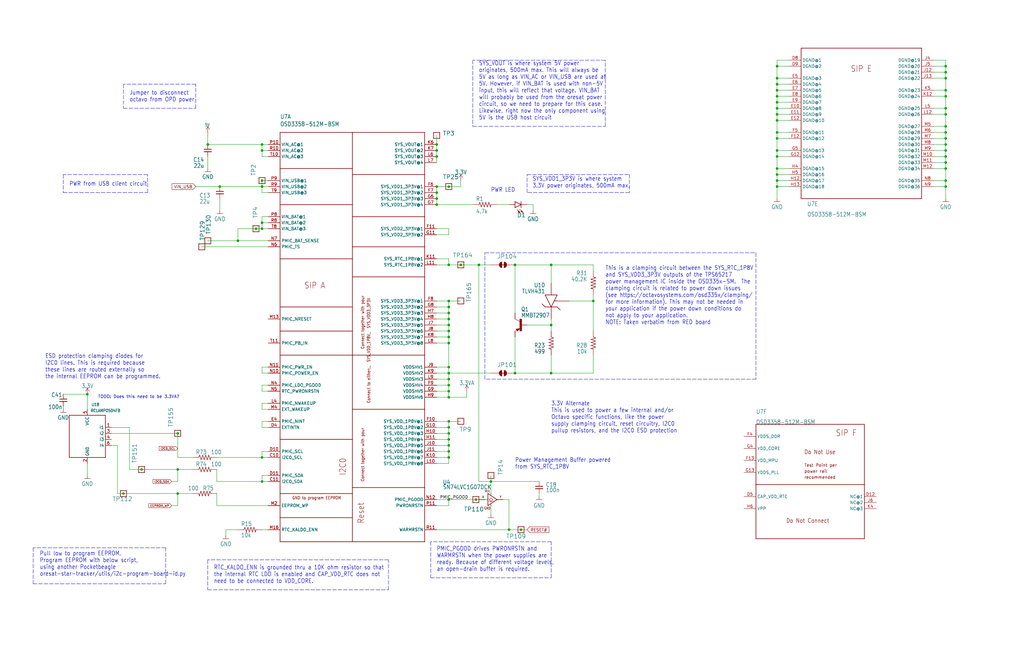
<source format=kicad_sch>
(kicad_sch (version 20211123) (generator eeschema)
  (paper "B")
  (title_block (title "Oresat DxWifi Card") (date "2022-01-30") (rev "1.1"))
  (lib_symbols
    (symbol "3.3VA_1" (power) (pin_names (offset 0))
      (property "Value" "3.3VA_1" (at 0 3.556 0))
      (symbol "3.3VA_1_1_1"
        (pin power_in line (at 0 0 90) (length 0) hide (name "3.3VA") (number "1"))
      )
    )
    (symbol "Device:C_Small" (pin_numbers hide) (pin_names (offset 0.254) hide)
      (property "Reference" "C" (at 0.254 1.778 0))
      (property "Value" "C_Small" (at 0.254 -2.032 0))
      (symbol "C_Small_1_1"
        (pin passive line (at 0 2.54 270) (length 2.032) (name "~") (number "1"))
        (pin passive line (at 0 -2.54 90) (length 2.032) (name "~") (number "2"))
      )
    )
    (symbol "OSD3358-512M-BSM_1"
      (property "Reference" "U" (at -22.86 27.94 0))
      (property "Value" "OSD3358-512M-BSM_1" (at -22.86 -25.4 0))
      (symbol "OSD3358-512M-BSM_1_1_0"
        (text "Connect to either:_  SYS_VDD_1P8V_  SYS_VDD3_3P3V" (at 7.62 -30.48 900) (effects (font (size 1.27 1.0795)) (justify left bottom)))
        (text "Connect together with pour" (at 5.08 -63.5 900) (effects (font (size 1.27 1.0795)) (justify left bottom)))
        (text "Connect together with pour" (at 5.08 -7.62 900) (effects (font (size 1.27 1.0795)) (justify left bottom)))
        (text "GND to program EEPROM" (at -25.4 -71.12 0) (effects (font (size 1.27 1.0795)) (justify left bottom)))
        (text "I2C0" (at -2.54 -60.96 900) (effects (font (size 2.54 2.159)) (justify left bottom)))
        (text "Reset" (at 5.08 -81.28 900) (effects (font (size 2.54 2.159)) (justify left bottom)))
        (text "SIP A" (at -20.32 17.78 0) (effects (font (size 2.54 2.159)) (justify left bottom)))
        (pin bidirectional line (at -35.56 -53.34 0) (length 5.08) (name "I2C0_SCL") (number "C10"))
        (pin bidirectional line (at -35.56 -63.5 0) (length 5.08) (name "I2C0_SDA") (number "C11"))
        (pin bidirectional line (at -35.56 -50.8 0) (length 5.08) (name "PMIC_SCL") (number "D10"))
        (pin bidirectional line (at -35.56 -60.96 0) (length 5.08) (name "PMIC_SDA") (number "D11"))
        (pin bidirectional line (at -35.56 -40.64 0) (length 5.08) (name "EXTINTN") (number "D4"))
        (pin output line (at -35.56 -38.1 0) (length 5.08) (name "PMIC_NINT") (number "E4"))
        (pin power_in line (at 35.56 -38.1 180) (length 5.08) (name "SYS_VDD_1P8V@1") (number "F10"))
        (pin power_in line (at 35.56 43.18 180) (length 5.08) (name "SYS_VDD2_3P3V@1") (number "F11"))
        (pin power_in line (at 35.56 60.96 180) (length 5.08) (name "SYS_VDD1_3P3V@1") (number "F6"))
        (pin power_in line (at 35.56 58.42 180) (length 5.08) (name "SYS_VDD1_3P3V@2") (number "F7"))
        (pin power_in line (at 35.56 12.7 180) (length 5.08) (name "SYS_VDD3_3P3V@1") (number "F8"))
        (pin power_in line (at 35.56 -22.86 180) (length 5.08) (name "VDDSHV4") (number "F9"))
        (pin power_in line (at 35.56 -40.64 180) (length 5.08) (name "SYS_VDD_1P8V@2") (number "G10"))
        (pin power_in line (at 35.56 40.64 180) (length 5.08) (name "SYS_VDD2_3P3V@2") (number "G11"))
        (pin power_in line (at 35.56 55.88 180) (length 5.08) (name "SYS_VDD1_3P3V@3") (number "G6"))
        (pin power_in line (at 35.56 53.34 180) (length 5.08) (name "SYS_VDD1_3P3V@4") (number "G7"))
        (pin power_in line (at 35.56 10.16 180) (length 5.08) (name "SYS_VDD3_3P3V@2") (number "G8"))
        (pin power_in line (at 35.56 -25.4 180) (length 5.08) (name "VDDSHV5") (number "G9"))
        (pin power_in line (at 35.56 -43.18 180) (length 5.08) (name "SYS_VDD_1P8V@3") (number "H10"))
        (pin power_in line (at 35.56 -45.72 180) (length 5.08) (name "SYS_VDD_1P8V@4") (number "H11"))
        (pin power_in line (at 35.56 7.62 180) (length 5.08) (name "SYS_VDD3_3P3V@3") (number "H7"))
        (pin power_in line (at 35.56 5.08 180) (length 5.08) (name "SYS_VDD3_3P3V@4") (number "H8"))
        (pin power_in line (at 35.56 -27.94 180) (length 5.08) (name "VDDSHV6") (number "H9"))
        (pin power_in line (at 35.56 -48.26 180) (length 5.08) (name "SYS_VDD_1P8V@5") (number "J10"))
        (pin power_in line (at 35.56 -50.8 180) (length 5.08) (name "SYS_VDD_1P8V@6") (number "J11"))
        (pin power_in line (at 35.56 2.54 180) (length 5.08) (name "SYS_VDD3_3P3V@5") (number "J7"))
        (pin power_in line (at 35.56 0 180) (length 5.08) (name "SYS_VDD3_3P3V@6") (number "J8"))
        (pin power_in line (at 35.56 -15.24 180) (length 5.08) (name "VDDSHV1") (number "J9"))
        (pin power_in line (at 35.56 -53.34 180) (length 5.08) (name "SYS_VDD_1P8V@7") (number "K10"))
        (pin power_in line (at 35.56 30.48 180) (length 5.08) (name "SYS_RTC_1P8V@1") (number "K11"))
        (pin power_in line (at 35.56 78.74 180) (length 5.08) (name "SYS_VOUT@1") (number "K6"))
        (pin power_in line (at 35.56 76.2 180) (length 5.08) (name "SYS_VOUT@2") (number "K7"))
        (pin power_in line (at 35.56 -2.54 180) (length 5.08) (name "SYS_VDD3_3P3V@7") (number "K8"))
        (pin power_in line (at 35.56 -17.78 180) (length 5.08) (name "VDDSHV2") (number "K9"))
        (pin power_in line (at 35.56 -55.88 180) (length 5.08) (name "SYS_VDD_1P8V@8") (number "L10"))
        (pin power_in line (at 35.56 27.94 180) (length 5.08) (name "SYS_RTC_1P8V@2") (number "L11"))
        (pin output line (at -35.56 -30.48 0) (length 5.08) (name "PMIC_NWAKEUP") (number "L4"))
        (pin power_in line (at 35.56 73.66 180) (length 5.08) (name "SYS_VOUT@3") (number "L6"))
        (pin power_in line (at 35.56 71.12 180) (length 5.08) (name "SYS_VOUT@4") (number "L7"))
        (pin power_in line (at 35.56 -5.08 180) (length 5.08) (name "SYS_VDD3_3P3V@8") (number "L8"))
        (pin power_in line (at 35.56 -20.32 180) (length 5.08) (name "VDDSHV3") (number "L9"))
        (pin bidirectional line (at -35.56 5.08 0) (length 5.08) (name "PMIC_NRESET") (number "M13"))
        (pin bidirectional line (at -35.56 -83.82 0) (length 5.08) (name "RTC_KALDO_ENN") (number "M16"))
        (pin bidirectional line (at -35.56 -73.66 0) (length 5.08) (name "EEPROM_WP") (number "M2"))
        (pin bidirectional line (at -35.56 -33.02 0) (length 5.08) (name "EXT_WAKEUP") (number "M4"))
        (pin output line (at -35.56 -17.78 0) (length 5.08) (name "PMIC_POWER_EN") (number "N10"))
        (pin input line (at -35.56 -15.24 0) (length 5.08) (name "PMIC_PWR_EN") (number "N11"))
        (pin output line (at 35.56 -71.12 180) (length 5.08) (name "PMIC_PGOOD") (number "N12"))
        (pin output line (at -35.56 -22.86 0) (length 5.08) (name "PMIC_LDO_PGOOD") (number "N4"))
        (pin bidirectional line (at -35.56 -25.4 0) (length 5.08) (name "RTC_PWRONRSTN") (number "N5"))
        (pin bidirectional line (at -35.56 35.56 0) (length 5.08) (name "PMIC_TS") (number "N6"))
        (pin bidirectional line (at -35.56 38.1 0) (length 5.08) (name "PMIC_BAT_SENSE") (number "N7"))
        (pin power_in line (at -35.56 78.74 0) (length 5.08) (name "VIN_AC@1") (number "P10"))
        (pin bidirectional line (at 35.56 -73.66 180) (length 5.08) (name "PWRONRSTN") (number "P11"))
        (pin power_in line (at -35.56 48.26 0) (length 5.08) (name "VIN_BAT@1") (number "P8"))
        (pin power_in line (at -35.56 63.5 0) (length 5.08) (name "VIN_USB@1") (number "P9"))
        (pin power_in line (at -35.56 76.2 0) (length 5.08) (name "VIN_AC@2") (number "R10"))
        (pin bidirectional line (at 35.56 -83.82 180) (length 5.08) (name "WARMRSTN") (number "R11"))
        (pin power_in line (at -35.56 45.72 0) (length 5.08) (name "VIN_BAT@2") (number "R8"))
        (pin power_in line (at -35.56 60.96 0) (length 5.08) (name "VIN_USB@2") (number "R9"))
        (pin power_in line (at -35.56 73.66 0) (length 5.08) (name "VIN_AC@3") (number "T10"))
        (pin bidirectional line (at -35.56 -5.08 0) (length 5.08) (name "PMIC_PB_IN") (number "T11"))
        (pin power_in line (at -35.56 43.18 0) (length 5.08) (name "VIN_BAT@3") (number "T8"))
        (pin power_in line (at -35.56 58.42 0) (length 5.08) (name "VIN_USB@3") (number "T9"))
      )
      (symbol "OSD3358-512M-BSM_1_2_0"
        (text "Analog _Pwr and Gnd" (at 2.54 22.86 0) (effects (font (size 2.54 2.159)) (justify left bottom)))
        (text "Analog Inputs" (at 5.08 -30.48 900) (effects (font (size 2.54 2.159)) (justify left bottom)))
        (text "JTAG" (at -2.54 -25.4 900) (effects (font (size 2.54 2.159)) (justify left bottom)))
        (text "RTC" (at -2.54 0 900) (effects (font (size 2.54 2.159)) (justify left bottom)))
        (text "SIP B" (at -5.08 53.34 0) (effects (font (size 2.54 2.159)) (justify left bottom)))
        (text "USB0" (at -2.54 -53.34 900) (effects (font (size 2.54 2.159)) (justify left bottom)))
        (text "USB1" (at 5.08 -53.34 900) (effects (font (size 2.54 2.159)) (justify left bottom)))
        (text "XTAL" (at -2.54 30.48 900) (effects (font (size 2.54 2.159)) (justify left bottom)))
        (pin bidirectional line (at -30.48 -2.54 0) (length 5.08) (name "OSC1_OUT") (number "A5"))
        (pin bidirectional line (at -30.48 12.7 0) (length 5.08) (name "OSC1_IN") (number "A6"))
        (pin bidirectional line (at 30.48 45.72 180) (length 5.08) (name "SYS_ADC_1P8V") (number "A7"))
        (pin bidirectional line (at 30.48 -5.08 180) (length 5.08) (name "AIN0") (number "A8"))
        (pin bidirectional line (at 30.48 15.24 180) (length 5.08) (name "AGND_ADC") (number "A9"))
        (pin bidirectional line (at -30.48 -7.62 0) (length 5.08) (name "OSC1_GND") (number "B5"))
        (pin bidirectional line (at 30.48 -10.16 180) (length 5.08) (name "AIN2") (number "B6"))
        (pin bidirectional line (at 30.48 35.56 180) (length 5.08) (name "VREFP") (number "B7"))
        (pin bidirectional line (at 30.48 -7.62 180) (length 5.08) (name "AIN1") (number "B8"))
        (pin bidirectional line (at 30.48 5.08 180) (length 5.08) (name "VREFN") (number "B9"))
        (pin bidirectional line (at -30.48 -17.78 0) (length 5.08) (name "TDI") (number "C1"))
        (pin bidirectional line (at -30.48 -20.32 0) (length 5.08) (name "TDO") (number "C2"))
        (pin bidirectional line (at 30.48 -12.7 180) (length 5.08) (name "AIN3") (number "C6"))
        (pin bidirectional line (at 30.48 -15.24 180) (length 5.08) (name "AIN4") (number "C7"))
        (pin bidirectional line (at 30.48 -17.78 180) (length 5.08) (name "AIN5") (number "C8"))
        (pin bidirectional line (at 30.48 -20.32 180) (length 5.08) (name "AIN6") (number "C9"))
        (pin bidirectional line (at -30.48 -22.86 0) (length 5.08) (name "TCK") (number "D1"))
        (pin bidirectional line (at -30.48 -25.4 0) (length 5.08) (name "TMS") (number "D2"))
        (pin bidirectional line (at -30.48 -27.94 0) (length 5.08) (name "TRSTN") (number "D3"))
        (pin bidirectional line (at 30.48 -27.94 180) (length 5.08) (name "PMIC_MUX_OUT") (number "D6"))
        (pin bidirectional line (at 30.48 -22.86 180) (length 5.08) (name "AIN7") (number "D7"))
        (pin bidirectional line (at -30.48 -30.48 0) (length 5.08) (name "EMU0") (number "E2"))
        (pin bidirectional line (at -30.48 -33.02 0) (length 5.08) (name "EMU1") (number "E3"))
        (pin bidirectional line (at -30.48 -55.88 0) (length 5.08) (name "USB0_DRVVBUS") (number "J15"))
        (pin bidirectional line (at -30.48 -43.18 0) (length 5.08) (name "USB0_VBUS") (number "J16"))
        (pin bidirectional line (at -30.48 -53.34 0) (length 5.08) (name "USB0_CE") (number "K13"))
        (pin bidirectional line (at -30.48 -50.8 0) (length 5.08) (name "USB0_ID") (number "K14"))
        (pin bidirectional line (at -30.48 -48.26 0) (length 5.08) (name "USB0_DP") (number "K15"))
        (pin bidirectional line (at -30.48 -45.72 0) (length 5.08) (name "USB0_DM") (number "K16"))
        (pin bidirectional line (at 30.48 -53.34 180) (length 5.08) (name "USB1_CE") (number "L13"))
        (pin bidirectional line (at 30.48 -50.8 180) (length 5.08) (name "USB1_ID") (number "L14"))
        (pin bidirectional line (at 30.48 -48.26 180) (length 5.08) (name "USB1_DP") (number "L15"))
        (pin bidirectional line (at 30.48 -45.72 180) (length 5.08) (name "USB1_DM") (number "L16"))
        (pin bidirectional line (at 30.48 -55.88 180) (length 5.08) (name "USB1_DRVVBUS") (number "M14"))
        (pin bidirectional line (at 30.48 -43.18 180) (length 5.08) (name "USB1_VBUS") (number "M15"))
        (pin bidirectional line (at 30.48 -33.02 180) (length 5.08) (name "PMIC_MUX_IN") (number "N13"))
        (pin bidirectional line (at -30.48 22.86 0) (length 5.08) (name "OSC0_GND") (number "N15"))
        (pin bidirectional line (at -30.48 27.94 0) (length 5.08) (name "OSC0_OUT") (number "N16"))
        (pin bidirectional line (at -30.48 43.18 0) (length 5.08) (name "OSC0_IN") (number "P16"))
      )
      (symbol "OSD3358-512M-BSM_1_3_0"
        (text "SIP C" (at -5.08 53.34 0) (effects (font (size 2.54 2.159)) (justify left bottom)))
        (pin bidirectional line (at -30.48 -12.7 0) (length 5.08) (name "MCASP0_ACLKX") (number "A1"))
        (pin bidirectional line (at -30.48 33.02 0) (length 5.08) (name "UART1_RTSN") (number "A10"))
        (pin bidirectional line (at -30.48 38.1 0) (length 5.08) (name "UART1_RXD") (number "A11"))
        (pin bidirectional line (at -30.48 53.34 0) (length 5.08) (name "UART0_RXD") (number "A12"))
        (pin bidirectional line (at -30.48 25.4 0) (length 5.08) (name "SPI0_SCLK") (number "A13"))
        (pin bidirectional line (at -30.48 17.78 0) (length 5.08) (name "SPI0_CS0") (number "A14"))
        (pin bidirectional line (at -30.48 0 0) (length 5.08) (name "MMC0_DAT1") (number "A15"))
        (pin bidirectional line (at -30.48 2.54 0) (length 5.08) (name "MMC0_DAT0") (number "A16"))
        (pin bidirectional line (at -30.48 -15.24 0) (length 5.08) (name "MCASP0_FSX") (number "A2"))
        (pin bidirectional line (at -30.48 -22.86 0) (length 5.08) (name "MCASP0_ACLKR") (number "A3"))
        (pin bidirectional line (at -30.48 -38.1 0) (length 5.08) (name "XDMA_EVENT_INTR0") (number "A4"))
        (pin bidirectional line (at -30.48 -20.32 0) (length 5.08) (name "MCASP0_AHCLKR") (number "B1"))
        (pin bidirectional line (at -30.48 35.56 0) (length 5.08) (name "UART1_CTSN") (number "B10"))
        (pin bidirectional line (at -30.48 40.64 0) (length 5.08) (name "UART1_TXD") (number "B11"))
        (pin bidirectional line (at -30.48 55.88 0) (length 5.08) (name "UART0_TXD") (number "B12"))
        (pin bidirectional line (at -30.48 22.86 0) (length 5.08) (name "SPI0_D0") (number "B13"))
        (pin bidirectional line (at -30.48 20.32 0) (length 5.08) (name "SPI0_D1") (number "B14"))
        (pin bidirectional line (at -30.48 7.62 0) (length 5.08) (name "MMC0_CLK") (number "B15"))
        (pin bidirectional line (at -30.48 5.08 0) (length 5.08) (name "MMC0_CMD") (number "B16"))
        (pin bidirectional line (at -30.48 -17.78 0) (length 5.08) (name "MCASP0_AXR0") (number "B2"))
        (pin bidirectional line (at -30.48 -25.4 0) (length 5.08) (name "MCASP0_FSR") (number "B3"))
        (pin bidirectional line (at -30.48 -40.64 0) (length 5.08) (name "XDMA_EVENT_INTR1") (number "B4"))
        (pin bidirectional line (at -30.48 50.8 0) (length 5.08) (name "UART0_CTSN") (number "C12"))
        (pin bidirectional line (at -30.48 48.26 0) (length 5.08) (name "UART0_RTSN") (number "C13"))
        (pin bidirectional line (at -30.48 15.24 0) (length 5.08) (name "SPI0_CS1") (number "C14"))
        (pin bidirectional line (at -30.48 -5.08 0) (length 5.08) (name "MMC0_DAT3") (number "C15"))
        (pin bidirectional line (at -30.48 -2.54 0) (length 5.08) (name "MMC0_DAT2") (number "C16"))
        (pin bidirectional line (at -30.48 -27.94 0) (length 5.08) (name "MCASP0_AXR1") (number "C3"))
        (pin bidirectional line (at -30.48 -30.48 0) (length 5.08) (name "MCASP0_AHCLKX") (number "C4"))
        (pin bidirectional line (at -30.48 -43.18 0) (length 5.08) (name "ECAP0_IN_PWM0_OUT") (number "C5"))
        (pin bidirectional line (at 30.48 -50.8 180) (length 5.08) (name "GPMC_ADVN_ALE") (number "M1"))
        (pin bidirectional line (at 30.48 -58.42 180) (length 5.08) (name "GPMC_OEN_REN") (number "N1"))
        (pin bidirectional line (at 30.48 17.78 180) (length 5.08) (name "GPMC_BEN1") (number "N14"))
        (pin bidirectional line (at 30.48 -55.88 180) (length 5.08) (name "GPMC_WEN") (number "N2"))
        (pin bidirectional line (at 30.48 -53.34 180) (length 5.08) (name "GPMC_BEN0_CLE") (number "N3"))
        (pin bidirectional line (at 30.48 2.54 180) (length 5.08) (name "GPMC_CSN2") (number "P1"))
        (pin bidirectional line (at 30.48 45.72 180) (length 5.08) (name "GPMC_A2") (number "P12"))
        (pin bidirectional line (at 30.48 38.1 180) (length 5.08) (name "GPMC_A5") (number "P13"))
        (pin bidirectional line (at 30.48 30.48 180) (length 5.08) (name "GPMC_A8") (number "P14"))
        (pin bidirectional line (at 30.48 15.24 180) (length 5.08) (name "GPMC_WAIT0") (number "P15"))
        (pin bidirectional line (at 30.48 5.08 180) (length 5.08) (name "GPMC_CSN1") (number "P2"))
        (pin bidirectional line (at 30.48 7.62 180) (length 5.08) (name "GPMC_CSN0") (number "P3"))
        (pin bidirectional line (at 30.48 -20.32 180) (length 5.08) (name "GPMC_AD6") (number "P4"))
        (pin bidirectional line (at 30.48 -30.48 180) (length 5.08) (name "GPMC_AD9") (number "P5"))
        (pin bidirectional line (at 30.48 -38.1 180) (length 5.08) (name "GPMC_AD12") (number "P6"))
        (pin bidirectional line (at 30.48 -45.72 180) (length 5.08) (name "GPMC_AD15") (number "P7"))
        (pin bidirectional line (at 30.48 -10.16 180) (length 5.08) (name "GPMC_AD2") (number "R1"))
        (pin bidirectional line (at 30.48 48.26 180) (length 5.08) (name "GPMC_A1") (number "R12"))
        (pin bidirectional line (at 30.48 40.64 180) (length 5.08) (name "GPMC_A4") (number "R13"))
        (pin bidirectional line (at 30.48 33.02 180) (length 5.08) (name "GPMC_A7") (number "R14"))
        (pin bidirectional line (at 30.48 25.4 180) (length 5.08) (name "GPMC_A10") (number "R15"))
        (pin bidirectional line (at 30.48 12.7 180) (length 5.08) (name "GPMC_WPN") (number "R16"))
        (pin bidirectional line (at 30.48 -7.62 180) (length 5.08) (name "GPMC_AD1") (number "R2"))
        (pin bidirectional line (at 30.48 -5.08 180) (length 5.08) (name "GPMC_AD0") (number "R3"))
        (pin bidirectional line (at 30.48 -22.86 180) (length 5.08) (name "GPMC_AD7") (number "R4"))
        (pin bidirectional line (at 30.48 -33.02 180) (length 5.08) (name "GPMC_AD10") (number "R5"))
        (pin bidirectional line (at 30.48 -40.64 180) (length 5.08) (name "GPMC_AD13") (number "R6"))
        (pin bidirectional line (at 30.48 0 180) (length 5.08) (name "GPMC_CSN3") (number "R7"))
        (pin bidirectional line (at 30.48 -17.78 180) (length 5.08) (name "GPMC_AD5") (number "T1"))
        (pin bidirectional line (at 30.48 50.8 180) (length 5.08) (name "GPMC_A0") (number "T12"))
        (pin bidirectional line (at 30.48 43.18 180) (length 5.08) (name "GPMC_A3") (number "T13"))
        (pin bidirectional line (at 30.48 35.56 180) (length 5.08) (name "GPMC_A6") (number "T14"))
        (pin bidirectional line (at 30.48 27.94 180) (length 5.08) (name "GPMC_A9") (number "T15"))
        (pin bidirectional line (at 30.48 22.86 180) (length 5.08) (name "GPMC_A11") (number "T16"))
        (pin bidirectional line (at 30.48 -15.24 180) (length 5.08) (name "GPMC_AD4") (number "T2"))
        (pin bidirectional line (at 30.48 -12.7 180) (length 5.08) (name "GPMC_AD3") (number "T3"))
        (pin bidirectional line (at 30.48 -27.94 180) (length 5.08) (name "GPMC_AD8") (number "T4"))
        (pin bidirectional line (at 30.48 -35.56 180) (length 5.08) (name "GPMC_AD11") (number "T5"))
        (pin bidirectional line (at 30.48 -43.18 180) (length 5.08) (name "GPMC_AD14") (number "T6"))
        (pin bidirectional line (at 30.48 55.88 180) (length 5.08) (name "GPMC_CLK") (number "T7"))
      )
      (symbol "OSD3358-512M-BSM_1_4_0"
        (text "SIP D" (at -20.32 -30.48 0) (effects (font (size 2.54 2.159)) (justify left bottom)))
        (pin bidirectional line (at -30.48 -17.78 0) (length 5.08) (name "MDC") (number "D13"))
        (pin bidirectional line (at -30.48 -5.08 0) (length 5.08) (name "MII1_RXD3") (number "D14"))
        (pin bidirectional line (at -30.48 -2.54 0) (length 5.08) (name "MII1_RXD2") (number "D15"))
        (pin bidirectional line (at -30.48 0 0) (length 5.08) (name "MII1_RXD1") (number "D16"))
        (pin bidirectional line (at 30.48 -22.86 180) (length 5.08) (name "LCD_AC_BIAS_EN") (number "E1"))
        (pin bidirectional line (at -30.48 -20.32 0) (length 5.08) (name "MDIO") (number "E13"))
        (pin bidirectional line (at -30.48 2.54 0) (length 5.08) (name "MII1_RXD0") (number "E14"))
        (pin bidirectional line (at -30.48 -7.62 0) (length 5.08) (name "MII1_RX_ER") (number "E15"))
        (pin bidirectional line (at -30.48 5.08 0) (length 5.08) (name "MII1_RX_CLK") (number "E16"))
        (pin bidirectional line (at 30.48 -15.24 180) (length 5.08) (name "LCD_PCLK") (number "F1"))
        (pin bidirectional line (at -30.48 12.7 0) (length 5.08) (name "MII1_CRS") (number "F14"))
        (pin bidirectional line (at -30.48 10.16 0) (length 5.08) (name "MII1_COL") (number "F15"))
        (pin bidirectional line (at -30.48 -10.16 0) (length 5.08) (name "MII1_RX_DV") (number "F16"))
        (pin bidirectional line (at 30.48 -20.32 180) (length 5.08) (name "LCD_HSYNC") (number "F2"))
        (pin bidirectional line (at 30.48 -17.78 180) (length 5.08) (name "LCD_VSYNC") (number "F3"))
        (pin bidirectional line (at 30.48 22.86 180) (length 5.08) (name "LCD_DATA2") (number "G1"))
        (pin bidirectional line (at -30.48 15.24 0) (length 5.08) (name "MII1_TX_EN") (number "G14"))
        (pin bidirectional line (at -30.48 17.78 0) (length 5.08) (name "MII1_TXD3") (number "G15"))
        (pin bidirectional line (at -30.48 20.32 0) (length 5.08) (name "MII1_TXD2") (number "G16"))
        (pin bidirectional line (at 30.48 25.4 180) (length 5.08) (name "LCD_DATA1") (number "G2"))
        (pin bidirectional line (at 30.48 27.94 180) (length 5.08) (name "LCD_DATA0") (number "G3"))
        (pin bidirectional line (at 30.48 15.24 180) (length 5.08) (name "LCD_DATA5") (number "H1"))
        (pin bidirectional line (at -30.48 22.86 0) (length 5.08) (name "MII1_TXD1") (number "H14"))
        (pin bidirectional line (at -30.48 25.4 0) (length 5.08) (name "MII1_TXD0") (number "H15"))
        (pin bidirectional line (at -30.48 27.94 0) (length 5.08) (name "MII1_TX_CLK") (number "H16"))
        (pin bidirectional line (at 30.48 17.78 180) (length 5.08) (name "LCD_DATA4") (number "H2"))
        (pin bidirectional line (at 30.48 20.32 180) (length 5.08) (name "LCD_DATA3") (number "H3"))
        (pin bidirectional line (at 30.48 7.62 180) (length 5.08) (name "LCD_DATA8") (number "J1"))
        (pin bidirectional line (at -30.48 -15.24 0) (length 5.08) (name "RMII1_REF_CLK") (number "J14"))
        (pin bidirectional line (at 30.48 10.16 180) (length 5.08) (name "LCD_DATA7") (number "J2"))
        (pin bidirectional line (at 30.48 12.7 180) (length 5.08) (name "LCD_DATA6") (number "J3"))
        (pin bidirectional line (at 30.48 0 180) (length 5.08) (name "LCD_DATA11") (number "K1"))
        (pin bidirectional line (at 30.48 2.54 180) (length 5.08) (name "LCD_DATA10") (number "K2"))
        (pin bidirectional line (at 30.48 5.08 180) (length 5.08) (name "LCD_DATA9") (number "K3"))
        (pin bidirectional line (at 30.48 -7.62 180) (length 5.08) (name "LCD_DATA14") (number "L1"))
        (pin bidirectional line (at 30.48 -5.08 180) (length 5.08) (name "LCD_DATA13") (number "L2"))
        (pin bidirectional line (at 30.48 -2.54 180) (length 5.08) (name "LCD_DATA12") (number "L3"))
        (pin bidirectional line (at 30.48 -10.16 180) (length 5.08) (name "LCD_DATA15") (number "M3"))
      )
      (symbol "OSD3358-512M-BSM_1_5_0"
        (text "SIP E" (at 0 20.32 0) (effects (font (size 2.54 2.159)) (justify bottom)))
        (pin bidirectional line (at -30.48 25.4 0) (length 5.08) (name "DGND@1") (number "D8"))
        (pin bidirectional line (at -30.48 22.86 0) (length 5.08) (name "DGND@2") (number "D9"))
        (pin bidirectional line (at -30.48 5.08 0) (length 5.08) (name "DGND@8") (number "E10"))
        (pin bidirectional line (at -30.48 2.54 0) (length 5.08) (name "DGND@9") (number "E11"))
        (pin bidirectional line (at -30.48 0 0) (length 5.08) (name "DGND@10") (number "E12"))
        (pin bidirectional line (at -30.48 17.78 0) (length 5.08) (name "DGND@3") (number "E5"))
        (pin bidirectional line (at -30.48 15.24 0) (length 5.08) (name "DGND@4") (number "E6"))
        (pin bidirectional line (at -30.48 12.7 0) (length 5.08) (name "DGND@5") (number "E7"))
        (pin bidirectional line (at -30.48 10.16 0) (length 5.08) (name "DGND@6") (number "E8"))
        (pin bidirectional line (at -30.48 7.62 0) (length 5.08) (name "DGND@7") (number "E9"))
        (pin bidirectional line (at -30.48 -7.62 0) (length 5.08) (name "DGND@12") (number "F12"))
        (pin bidirectional line (at -30.48 -5.08 0) (length 5.08) (name "DGND@11") (number "F5"))
        (pin bidirectional line (at -30.48 -15.24 0) (length 5.08) (name "DGND@14") (number "G12"))
        (pin bidirectional line (at -30.48 -12.7 0) (length 5.08) (name "DGND@13") (number "G5"))
        (pin bidirectional line (at -30.48 -25.4 0) (length 5.08) (name "DGND@17") (number "H12"))
        (pin bidirectional line (at -30.48 -27.94 0) (length 5.08) (name "DGND@18") (number "H13"))
        (pin bidirectional line (at -30.48 -20.32 0) (length 5.08) (name "DGND@15") (number "H4"))
        (pin bidirectional line (at -30.48 -22.86 0) (length 5.08) (name "DGND@16") (number "H5"))
        (pin bidirectional line (at 30.48 20.32 180) (length 5.08) (name "DGND@21") (number "J12"))
        (pin bidirectional line (at 30.48 17.78 180) (length 5.08) (name "DGND@22") (number "J13"))
        (pin bidirectional line (at 30.48 25.4 180) (length 5.08) (name "DGND@19") (number "J4"))
        (pin bidirectional line (at 30.48 22.86 180) (length 5.08) (name "DGND@20") (number "J5"))
        (pin bidirectional line (at 30.48 10.16 180) (length 5.08) (name "DGND@24") (number "K12"))
        (pin bidirectional line (at 30.48 12.7 180) (length 5.08) (name "DGND@23") (number "K5"))
        (pin bidirectional line (at 30.48 2.54 180) (length 5.08) (name "DGND@26") (number "L12"))
        (pin bidirectional line (at 30.48 5.08 180) (length 5.08) (name "DGND@25") (number "L5"))
        (pin bidirectional line (at 30.48 -15.24 180) (length 5.08) (name "DGND@32") (number "M10"))
        (pin bidirectional line (at 30.48 -17.78 180) (length 5.08) (name "DGND@33") (number "M11"))
        (pin bidirectional line (at 30.48 -20.32 180) (length 5.08) (name "DGND@34") (number "M12"))
        (pin bidirectional line (at 30.48 -2.54 180) (length 5.08) (name "DGND@27") (number "M5"))
        (pin bidirectional line (at 30.48 -5.08 180) (length 5.08) (name "DGND@28") (number "M6"))
        (pin bidirectional line (at 30.48 -7.62 180) (length 5.08) (name "DGND@29") (number "M7"))
        (pin bidirectional line (at 30.48 -10.16 180) (length 5.08) (name "DGND@30") (number "M8"))
        (pin bidirectional line (at 30.48 -12.7 180) (length 5.08) (name "DGND@31") (number "M9"))
        (pin bidirectional line (at 30.48 -25.4 180) (length 5.08) (name "DGND@35") (number "N8"))
        (pin bidirectional line (at 30.48 -27.94 180) (length 5.08) (name "DGND@36") (number "N9"))
      )
      (symbol "OSD3358-512M-BSM_1_6_0"
        (text "Do Not Connect" (at -10.16 -15.24 0) (effects (font (size 1.778 1.5113)) (justify left)))
        (text "Do Not Use__Test Point per _power rail _recommended" (at -2.54 2.54 0) (effects (font (size 1.778 1.5113)) (justify left bottom)))
        (text "SIP F" (at 15.24 20.32 0) (effects (font (size 2.54 2.159)) (justify bottom)))
        (pin bidirectional line (at 27.94 -5.08 180) (length 5.08) (name "NC@1") (number "D12"))
        (pin bidirectional line (at -27.94 -5.08 0) (length 5.08) (name "CAP_VDD_RTC") (number "D5"))
        (pin bidirectional line (at -27.94 10.16 0) (length 5.08) (name "VDD_MPU") (number "F13"))
        (pin bidirectional line (at -27.94 20.32 0) (length 5.08) (name "VDDS_DDR") (number "F4"))
        (pin bidirectional line (at -27.94 5.08 0) (length 5.08) (name "VDDS_PLL") (number "G13"))
        (pin bidirectional line (at -27.94 15.24 0) (length 5.08) (name "VDD_CORE") (number "G4"))
        (pin bidirectional line (at -27.94 -10.16 0) (length 5.08) (name "VPP") (number "H6"))
        (pin bidirectional line (at 27.94 -7.62 180) (length 5.08) (name "NC@2") (number "J6"))
        (pin bidirectional line (at 27.94 -10.16 180) (length 5.08) (name "NC@3") (number "K4"))
      )
    )
    (symbol "OSD3358-512M-BSM_2"
      (property "Reference" "U" (at -22.86 27.94 0))
      (property "Value" "OSD3358-512M-BSM_2" (at -22.86 -25.4 0))
      (symbol "OSD3358-512M-BSM_2_0_0"
        (text "power rail" (at -2.54 6.35 0) (effects (font (size 1.27 1.27)) (justify left top)))
        (text "recommended" (at -2.54 3.81 0) (effects (font (size 1.27 1.27)) (justify left top)))
        (text "Test Point per " (at -2.54 8.89 0) (effects (font (size 1.27 1.27)) (justify left top)))
      )
      (symbol "OSD3358-512M-BSM_2_1_0"
        (text "Connect to either:_  SYS_VDD_1P8V_  SYS_VDD3_3P3V" (at 7.62 -30.48 900) (effects (font (size 1.27 1.0795)) (justify left bottom)))
        (text "Connect together with pour" (at 5.08 -63.5 900) (effects (font (size 1.27 1.0795)) (justify left bottom)))
        (text "Connect together with pour" (at 5.08 -7.62 900) (effects (font (size 1.27 1.0795)) (justify left bottom)))
        (text "GND to program EEPROM" (at -25.4 -71.12 0) (effects (font (size 1.27 1.0795)) (justify left bottom)))
        (text "I2C0" (at -2.54 -60.96 900) (effects (font (size 2.54 2.159)) (justify left bottom)))
        (text "Reset" (at 5.08 -81.28 900) (effects (font (size 2.54 2.159)) (justify left bottom)))
        (text "SIP A" (at -20.32 17.78 0) (effects (font (size 2.54 2.159)) (justify left bottom)))
        (pin bidirectional line (at -35.56 -53.34 0) (length 5.08) (name "I2C0_SCL") (number "C10"))
        (pin bidirectional line (at -35.56 -63.5 0) (length 5.08) (name "I2C0_SDA") (number "C11"))
        (pin bidirectional line (at -35.56 -50.8 0) (length 5.08) (name "PMIC_SCL") (number "D10"))
        (pin bidirectional line (at -35.56 -60.96 0) (length 5.08) (name "PMIC_SDA") (number "D11"))
        (pin bidirectional line (at -35.56 -40.64 0) (length 5.08) (name "EXTINTN") (number "D4"))
        (pin output line (at -35.56 -38.1 0) (length 5.08) (name "PMIC_NINT") (number "E4"))
        (pin power_in line (at 35.56 -38.1 180) (length 5.08) (name "SYS_VDD_1P8V@1") (number "F10"))
        (pin power_in line (at 35.56 43.18 180) (length 5.08) (name "SYS_VDD2_3P3V@1") (number "F11"))
        (pin power_in line (at 35.56 60.96 180) (length 5.08) (name "SYS_VDD1_3P3V@1") (number "F6"))
        (pin power_in line (at 35.56 58.42 180) (length 5.08) (name "SYS_VDD1_3P3V@2") (number "F7"))
        (pin power_in line (at 35.56 12.7 180) (length 5.08) (name "SYS_VDD3_3P3V@1") (number "F8"))
        (pin power_in line (at 35.56 -22.86 180) (length 5.08) (name "VDDSHV4") (number "F9"))
        (pin power_in line (at 35.56 -40.64 180) (length 5.08) (name "SYS_VDD_1P8V@2") (number "G10"))
        (pin power_in line (at 35.56 40.64 180) (length 5.08) (name "SYS_VDD2_3P3V@2") (number "G11"))
        (pin power_in line (at 35.56 55.88 180) (length 5.08) (name "SYS_VDD1_3P3V@3") (number "G6"))
        (pin power_in line (at 35.56 53.34 180) (length 5.08) (name "SYS_VDD1_3P3V@4") (number "G7"))
        (pin power_in line (at 35.56 10.16 180) (length 5.08) (name "SYS_VDD3_3P3V@2") (number "G8"))
        (pin power_in line (at 35.56 -25.4 180) (length 5.08) (name "VDDSHV5") (number "G9"))
        (pin power_in line (at 35.56 -43.18 180) (length 5.08) (name "SYS_VDD_1P8V@3") (number "H10"))
        (pin power_in line (at 35.56 -45.72 180) (length 5.08) (name "SYS_VDD_1P8V@4") (number "H11"))
        (pin power_in line (at 35.56 7.62 180) (length 5.08) (name "SYS_VDD3_3P3V@3") (number "H7"))
        (pin power_in line (at 35.56 5.08 180) (length 5.08) (name "SYS_VDD3_3P3V@4") (number "H8"))
        (pin power_in line (at 35.56 -27.94 180) (length 5.08) (name "VDDSHV6") (number "H9"))
        (pin power_in line (at 35.56 -48.26 180) (length 5.08) (name "SYS_VDD_1P8V@5") (number "J10"))
        (pin power_in line (at 35.56 -50.8 180) (length 5.08) (name "SYS_VDD_1P8V@6") (number "J11"))
        (pin power_in line (at 35.56 2.54 180) (length 5.08) (name "SYS_VDD3_3P3V@5") (number "J7"))
        (pin power_in line (at 35.56 0 180) (length 5.08) (name "SYS_VDD3_3P3V@6") (number "J8"))
        (pin power_in line (at 35.56 -15.24 180) (length 5.08) (name "VDDSHV1") (number "J9"))
        (pin power_in line (at 35.56 -53.34 180) (length 5.08) (name "SYS_VDD_1P8V@7") (number "K10"))
        (pin power_in line (at 35.56 30.48 180) (length 5.08) (name "SYS_RTC_1P8V@1") (number "K11"))
        (pin power_in line (at 35.56 78.74 180) (length 5.08) (name "SYS_VOUT@1") (number "K6"))
        (pin power_in line (at 35.56 76.2 180) (length 5.08) (name "SYS_VOUT@2") (number "K7"))
        (pin power_in line (at 35.56 -2.54 180) (length 5.08) (name "SYS_VDD3_3P3V@7") (number "K8"))
        (pin power_in line (at 35.56 -17.78 180) (length 5.08) (name "VDDSHV2") (number "K9"))
        (pin power_in line (at 35.56 -55.88 180) (length 5.08) (name "SYS_VDD_1P8V@8") (number "L10"))
        (pin power_in line (at 35.56 27.94 180) (length 5.08) (name "SYS_RTC_1P8V@2") (number "L11"))
        (pin output line (at -35.56 -30.48 0) (length 5.08) (name "PMIC_NWAKEUP") (number "L4"))
        (pin power_in line (at 35.56 73.66 180) (length 5.08) (name "SYS_VOUT@3") (number "L6"))
        (pin power_in line (at 35.56 71.12 180) (length 5.08) (name "SYS_VOUT@4") (number "L7"))
        (pin power_in line (at 35.56 -5.08 180) (length 5.08) (name "SYS_VDD3_3P3V@8") (number "L8"))
        (pin power_in line (at 35.56 -20.32 180) (length 5.08) (name "VDDSHV3") (number "L9"))
        (pin bidirectional line (at -35.56 5.08 0) (length 5.08) (name "PMIC_NRESET") (number "M13"))
        (pin bidirectional line (at -35.56 -83.82 0) (length 5.08) (name "RTC_KALDO_ENN") (number "M16"))
        (pin bidirectional line (at -35.56 -73.66 0) (length 5.08) (name "EEPROM_WP") (number "M2"))
        (pin bidirectional line (at -35.56 -33.02 0) (length 5.08) (name "EXT_WAKEUP") (number "M4"))
        (pin output line (at -35.56 -17.78 0) (length 5.08) (name "PMIC_POWER_EN") (number "N10"))
        (pin input line (at -35.56 -15.24 0) (length 5.08) (name "PMIC_PWR_EN") (number "N11"))
        (pin output line (at 35.56 -71.12 180) (length 5.08) (name "PMIC_PGOOD") (number "N12"))
        (pin output line (at -35.56 -22.86 0) (length 5.08) (name "PMIC_LDO_PGOOD") (number "N4"))
        (pin bidirectional line (at -35.56 -25.4 0) (length 5.08) (name "RTC_PWRONRSTN") (number "N5"))
        (pin bidirectional line (at -35.56 35.56 0) (length 5.08) (name "PMIC_TS") (number "N6"))
        (pin bidirectional line (at -35.56 38.1 0) (length 5.08) (name "PMIC_BAT_SENSE") (number "N7"))
        (pin power_in line (at -35.56 78.74 0) (length 5.08) (name "VIN_AC@1") (number "P10"))
        (pin bidirectional line (at 35.56 -73.66 180) (length 5.08) (name "PWRONRSTN") (number "P11"))
        (pin power_in line (at -35.56 48.26 0) (length 5.08) (name "VIN_BAT@1") (number "P8"))
        (pin power_in line (at -35.56 63.5 0) (length 5.08) (name "VIN_USB@1") (number "P9"))
        (pin power_in line (at -35.56 76.2 0) (length 5.08) (name "VIN_AC@2") (number "R10"))
        (pin bidirectional line (at 35.56 -83.82 180) (length 5.08) (name "WARMRSTN") (number "R11"))
        (pin power_in line (at -35.56 45.72 0) (length 5.08) (name "VIN_BAT@2") (number "R8"))
        (pin power_in line (at -35.56 60.96 0) (length 5.08) (name "VIN_USB@2") (number "R9"))
        (pin power_in line (at -35.56 73.66 0) (length 5.08) (name "VIN_AC@3") (number "T10"))
        (pin bidirectional line (at -35.56 -5.08 0) (length 5.08) (name "PMIC_PB_IN") (number "T11"))
        (pin power_in line (at -35.56 43.18 0) (length 5.08) (name "VIN_BAT@3") (number "T8"))
        (pin power_in line (at -35.56 58.42 0) (length 5.08) (name "VIN_USB@3") (number "T9"))
      )
      (symbol "OSD3358-512M-BSM_2_2_0"
        (text "Analog _Pwr and Gnd" (at 2.54 22.86 0) (effects (font (size 2.54 2.159)) (justify left bottom)))
        (text "Analog Inputs" (at 5.08 -30.48 900) (effects (font (size 2.54 2.159)) (justify left bottom)))
        (text "JTAG" (at -2.54 -25.4 900) (effects (font (size 2.54 2.159)) (justify left bottom)))
        (text "RTC" (at -2.54 0 900) (effects (font (size 2.54 2.159)) (justify left bottom)))
        (text "SIP B" (at -5.08 53.34 0) (effects (font (size 2.54 2.159)) (justify left bottom)))
        (text "USB0" (at -2.54 -53.34 900) (effects (font (size 2.54 2.159)) (justify left bottom)))
        (text "USB1" (at 5.08 -53.34 900) (effects (font (size 2.54 2.159)) (justify left bottom)))
        (text "XTAL" (at -2.54 30.48 900) (effects (font (size 2.54 2.159)) (justify left bottom)))
        (pin bidirectional line (at -30.48 -2.54 0) (length 5.08) (name "OSC1_OUT") (number "A5"))
        (pin bidirectional line (at -30.48 12.7 0) (length 5.08) (name "OSC1_IN") (number "A6"))
        (pin bidirectional line (at 30.48 45.72 180) (length 5.08) (name "SYS_ADC_1P8V") (number "A7"))
        (pin bidirectional line (at 30.48 -5.08 180) (length 5.08) (name "AIN0") (number "A8"))
        (pin bidirectional line (at 30.48 15.24 180) (length 5.08) (name "AGND_ADC") (number "A9"))
        (pin bidirectional line (at -30.48 -7.62 0) (length 5.08) (name "OSC1_GND") (number "B5"))
        (pin bidirectional line (at 30.48 -10.16 180) (length 5.08) (name "AIN2") (number "B6"))
        (pin bidirectional line (at 30.48 35.56 180) (length 5.08) (name "VREFP") (number "B7"))
        (pin bidirectional line (at 30.48 -7.62 180) (length 5.08) (name "AIN1") (number "B8"))
        (pin bidirectional line (at 30.48 5.08 180) (length 5.08) (name "VREFN") (number "B9"))
        (pin bidirectional line (at -30.48 -17.78 0) (length 5.08) (name "TDI") (number "C1"))
        (pin bidirectional line (at -30.48 -20.32 0) (length 5.08) (name "TDO") (number "C2"))
        (pin bidirectional line (at 30.48 -12.7 180) (length 5.08) (name "AIN3") (number "C6"))
        (pin bidirectional line (at 30.48 -15.24 180) (length 5.08) (name "AIN4") (number "C7"))
        (pin bidirectional line (at 30.48 -17.78 180) (length 5.08) (name "AIN5") (number "C8"))
        (pin bidirectional line (at 30.48 -20.32 180) (length 5.08) (name "AIN6") (number "C9"))
        (pin bidirectional line (at -30.48 -22.86 0) (length 5.08) (name "TCK") (number "D1"))
        (pin bidirectional line (at -30.48 -25.4 0) (length 5.08) (name "TMS") (number "D2"))
        (pin bidirectional line (at -30.48 -27.94 0) (length 5.08) (name "TRSTN") (number "D3"))
        (pin bidirectional line (at 30.48 -27.94 180) (length 5.08) (name "PMIC_MUX_OUT") (number "D6"))
        (pin bidirectional line (at 30.48 -22.86 180) (length 5.08) (name "AIN7") (number "D7"))
        (pin bidirectional line (at -30.48 -30.48 0) (length 5.08) (name "EMU0") (number "E2"))
        (pin bidirectional line (at -30.48 -33.02 0) (length 5.08) (name "EMU1") (number "E3"))
        (pin bidirectional line (at -30.48 -55.88 0) (length 5.08) (name "USB0_DRVVBUS") (number "J15"))
        (pin bidirectional line (at -30.48 -43.18 0) (length 5.08) (name "USB0_VBUS") (number "J16"))
        (pin bidirectional line (at -30.48 -53.34 0) (length 5.08) (name "USB0_CE") (number "K13"))
        (pin bidirectional line (at -30.48 -50.8 0) (length 5.08) (name "USB0_ID") (number "K14"))
        (pin bidirectional line (at -30.48 -48.26 0) (length 5.08) (name "USB0_DP") (number "K15"))
        (pin bidirectional line (at -30.48 -45.72 0) (length 5.08) (name "USB0_DM") (number "K16"))
        (pin bidirectional line (at 30.48 -53.34 180) (length 5.08) (name "USB1_CE") (number "L13"))
        (pin bidirectional line (at 30.48 -50.8 180) (length 5.08) (name "USB1_ID") (number "L14"))
        (pin bidirectional line (at 30.48 -48.26 180) (length 5.08) (name "USB1_DP") (number "L15"))
        (pin bidirectional line (at 30.48 -45.72 180) (length 5.08) (name "USB1_DM") (number "L16"))
        (pin bidirectional line (at 30.48 -55.88 180) (length 5.08) (name "USB1_DRVVBUS") (number "M14"))
        (pin bidirectional line (at 30.48 -43.18 180) (length 5.08) (name "USB1_VBUS") (number "M15"))
        (pin bidirectional line (at 30.48 -33.02 180) (length 5.08) (name "PMIC_MUX_IN") (number "N13"))
        (pin bidirectional line (at -30.48 22.86 0) (length 5.08) (name "OSC0_GND") (number "N15"))
        (pin bidirectional line (at -30.48 27.94 0) (length 5.08) (name "OSC0_OUT") (number "N16"))
        (pin bidirectional line (at -30.48 43.18 0) (length 5.08) (name "OSC0_IN") (number "P16"))
      )
      (symbol "OSD3358-512M-BSM_2_3_0"
        (text "SIP C" (at -5.08 53.34 0) (effects (font (size 2.54 2.159)) (justify left bottom)))
        (pin bidirectional line (at -30.48 -12.7 0) (length 5.08) (name "MCASP0_ACLKX") (number "A1"))
        (pin bidirectional line (at -30.48 33.02 0) (length 5.08) (name "UART1_RTSN") (number "A10"))
        (pin bidirectional line (at -30.48 38.1 0) (length 5.08) (name "UART1_RXD") (number "A11"))
        (pin bidirectional line (at -30.48 53.34 0) (length 5.08) (name "UART0_RXD") (number "A12"))
        (pin bidirectional line (at -30.48 25.4 0) (length 5.08) (name "SPI0_SCLK") (number "A13"))
        (pin bidirectional line (at -30.48 17.78 0) (length 5.08) (name "SPI0_CS0") (number "A14"))
        (pin bidirectional line (at -30.48 0 0) (length 5.08) (name "MMC0_DAT1") (number "A15"))
        (pin bidirectional line (at -30.48 2.54 0) (length 5.08) (name "MMC0_DAT0") (number "A16"))
        (pin bidirectional line (at -30.48 -15.24 0) (length 5.08) (name "MCASP0_FSX") (number "A2"))
        (pin bidirectional line (at -30.48 -22.86 0) (length 5.08) (name "MCASP0_ACLKR") (number "A3"))
        (pin bidirectional line (at -30.48 -38.1 0) (length 5.08) (name "XDMA_EVENT_INTR0") (number "A4"))
        (pin bidirectional line (at -30.48 -20.32 0) (length 5.08) (name "MCASP0_AHCLKR") (number "B1"))
        (pin bidirectional line (at -30.48 35.56 0) (length 5.08) (name "UART1_CTSN") (number "B10"))
        (pin bidirectional line (at -30.48 40.64 0) (length 5.08) (name "UART1_TXD") (number "B11"))
        (pin bidirectional line (at -30.48 55.88 0) (length 5.08) (name "UART0_TXD") (number "B12"))
        (pin bidirectional line (at -30.48 22.86 0) (length 5.08) (name "SPI0_D0") (number "B13"))
        (pin bidirectional line (at -30.48 20.32 0) (length 5.08) (name "SPI0_D1") (number "B14"))
        (pin bidirectional line (at -30.48 7.62 0) (length 5.08) (name "MMC0_CLK") (number "B15"))
        (pin bidirectional line (at -30.48 5.08 0) (length 5.08) (name "MMC0_CMD") (number "B16"))
        (pin bidirectional line (at -30.48 -17.78 0) (length 5.08) (name "MCASP0_AXR0") (number "B2"))
        (pin bidirectional line (at -30.48 -25.4 0) (length 5.08) (name "MCASP0_FSR") (number "B3"))
        (pin bidirectional line (at -30.48 -40.64 0) (length 5.08) (name "XDMA_EVENT_INTR1") (number "B4"))
        (pin bidirectional line (at -30.48 50.8 0) (length 5.08) (name "UART0_CTSN") (number "C12"))
        (pin bidirectional line (at -30.48 48.26 0) (length 5.08) (name "UART0_RTSN") (number "C13"))
        (pin bidirectional line (at -30.48 15.24 0) (length 5.08) (name "SPI0_CS1") (number "C14"))
        (pin bidirectional line (at -30.48 -5.08 0) (length 5.08) (name "MMC0_DAT3") (number "C15"))
        (pin bidirectional line (at -30.48 -2.54 0) (length 5.08) (name "MMC0_DAT2") (number "C16"))
        (pin bidirectional line (at -30.48 -27.94 0) (length 5.08) (name "MCASP0_AXR1") (number "C3"))
        (pin bidirectional line (at -30.48 -30.48 0) (length 5.08) (name "MCASP0_AHCLKX") (number "C4"))
        (pin bidirectional line (at -30.48 -43.18 0) (length 5.08) (name "ECAP0_IN_PWM0_OUT") (number "C5"))
        (pin bidirectional line (at 30.48 -50.8 180) (length 5.08) (name "GPMC_ADVN_ALE") (number "M1"))
        (pin bidirectional line (at 30.48 -58.42 180) (length 5.08) (name "GPMC_OEN_REN") (number "N1"))
        (pin bidirectional line (at 30.48 17.78 180) (length 5.08) (name "GPMC_BEN1") (number "N14"))
        (pin bidirectional line (at 30.48 -55.88 180) (length 5.08) (name "GPMC_WEN") (number "N2"))
        (pin bidirectional line (at 30.48 -53.34 180) (length 5.08) (name "GPMC_BEN0_CLE") (number "N3"))
        (pin bidirectional line (at 30.48 2.54 180) (length 5.08) (name "GPMC_CSN2") (number "P1"))
        (pin bidirectional line (at 30.48 45.72 180) (length 5.08) (name "GPMC_A2") (number "P12"))
        (pin bidirectional line (at 30.48 38.1 180) (length 5.08) (name "GPMC_A5") (number "P13"))
        (pin bidirectional line (at 30.48 30.48 180) (length 5.08) (name "GPMC_A8") (number "P14"))
        (pin bidirectional line (at 30.48 15.24 180) (length 5.08) (name "GPMC_WAIT0") (number "P15"))
        (pin bidirectional line (at 30.48 5.08 180) (length 5.08) (name "GPMC_CSN1") (number "P2"))
        (pin bidirectional line (at 30.48 7.62 180) (length 5.08) (name "GPMC_CSN0") (number "P3"))
        (pin bidirectional line (at 30.48 -20.32 180) (length 5.08) (name "GPMC_AD6") (number "P4"))
        (pin bidirectional line (at 30.48 -30.48 180) (length 5.08) (name "GPMC_AD9") (number "P5"))
        (pin bidirectional line (at 30.48 -38.1 180) (length 5.08) (name "GPMC_AD12") (number "P6"))
        (pin bidirectional line (at 30.48 -45.72 180) (length 5.08) (name "GPMC_AD15") (number "P7"))
        (pin bidirectional line (at 30.48 -10.16 180) (length 5.08) (name "GPMC_AD2") (number "R1"))
        (pin bidirectional line (at 30.48 48.26 180) (length 5.08) (name "GPMC_A1") (number "R12"))
        (pin bidirectional line (at 30.48 40.64 180) (length 5.08) (name "GPMC_A4") (number "R13"))
        (pin bidirectional line (at 30.48 33.02 180) (length 5.08) (name "GPMC_A7") (number "R14"))
        (pin bidirectional line (at 30.48 25.4 180) (length 5.08) (name "GPMC_A10") (number "R15"))
        (pin bidirectional line (at 30.48 12.7 180) (length 5.08) (name "GPMC_WPN") (number "R16"))
        (pin bidirectional line (at 30.48 -7.62 180) (length 5.08) (name "GPMC_AD1") (number "R2"))
        (pin bidirectional line (at 30.48 -5.08 180) (length 5.08) (name "GPMC_AD0") (number "R3"))
        (pin bidirectional line (at 30.48 -22.86 180) (length 5.08) (name "GPMC_AD7") (number "R4"))
        (pin bidirectional line (at 30.48 -33.02 180) (length 5.08) (name "GPMC_AD10") (number "R5"))
        (pin bidirectional line (at 30.48 -40.64 180) (length 5.08) (name "GPMC_AD13") (number "R6"))
        (pin bidirectional line (at 30.48 0 180) (length 5.08) (name "GPMC_CSN3") (number "R7"))
        (pin bidirectional line (at 30.48 -17.78 180) (length 5.08) (name "GPMC_AD5") (number "T1"))
        (pin bidirectional line (at 30.48 50.8 180) (length 5.08) (name "GPMC_A0") (number "T12"))
        (pin bidirectional line (at 30.48 43.18 180) (length 5.08) (name "GPMC_A3") (number "T13"))
        (pin bidirectional line (at 30.48 35.56 180) (length 5.08) (name "GPMC_A6") (number "T14"))
        (pin bidirectional line (at 30.48 27.94 180) (length 5.08) (name "GPMC_A9") (number "T15"))
        (pin bidirectional line (at 30.48 22.86 180) (length 5.08) (name "GPMC_A11") (number "T16"))
        (pin bidirectional line (at 30.48 -15.24 180) (length 5.08) (name "GPMC_AD4") (number "T2"))
        (pin bidirectional line (at 30.48 -12.7 180) (length 5.08) (name "GPMC_AD3") (number "T3"))
        (pin bidirectional line (at 30.48 -27.94 180) (length 5.08) (name "GPMC_AD8") (number "T4"))
        (pin bidirectional line (at 30.48 -35.56 180) (length 5.08) (name "GPMC_AD11") (number "T5"))
        (pin bidirectional line (at 30.48 -43.18 180) (length 5.08) (name "GPMC_AD14") (number "T6"))
        (pin bidirectional line (at 30.48 55.88 180) (length 5.08) (name "GPMC_CLK") (number "T7"))
      )
      (symbol "OSD3358-512M-BSM_2_4_0"
        (text "SIP D" (at -20.32 -30.48 0) (effects (font (size 2.54 2.159)) (justify left bottom)))
        (pin bidirectional line (at -30.48 -17.78 0) (length 5.08) (name "MDC") (number "D13"))
        (pin bidirectional line (at -30.48 -5.08 0) (length 5.08) (name "MII1_RXD3") (number "D14"))
        (pin bidirectional line (at -30.48 -2.54 0) (length 5.08) (name "MII1_RXD2") (number "D15"))
        (pin bidirectional line (at -30.48 0 0) (length 5.08) (name "MII1_RXD1") (number "D16"))
        (pin bidirectional line (at 30.48 -22.86 180) (length 5.08) (name "LCD_AC_BIAS_EN") (number "E1"))
        (pin bidirectional line (at -30.48 -20.32 0) (length 5.08) (name "MDIO") (number "E13"))
        (pin bidirectional line (at -30.48 2.54 0) (length 5.08) (name "MII1_RXD0") (number "E14"))
        (pin bidirectional line (at -30.48 -7.62 0) (length 5.08) (name "MII1_RX_ER") (number "E15"))
        (pin bidirectional line (at -30.48 5.08 0) (length 5.08) (name "MII1_RX_CLK") (number "E16"))
        (pin bidirectional line (at 30.48 -15.24 180) (length 5.08) (name "LCD_PCLK") (number "F1"))
        (pin bidirectional line (at -30.48 12.7 0) (length 5.08) (name "MII1_CRS") (number "F14"))
        (pin bidirectional line (at -30.48 10.16 0) (length 5.08) (name "MII1_COL") (number "F15"))
        (pin bidirectional line (at -30.48 -10.16 0) (length 5.08) (name "MII1_RX_DV") (number "F16"))
        (pin bidirectional line (at 30.48 -20.32 180) (length 5.08) (name "LCD_HSYNC") (number "F2"))
        (pin bidirectional line (at 30.48 -17.78 180) (length 5.08) (name "LCD_VSYNC") (number "F3"))
        (pin bidirectional line (at 30.48 22.86 180) (length 5.08) (name "LCD_DATA2") (number "G1"))
        (pin bidirectional line (at -30.48 15.24 0) (length 5.08) (name "MII1_TX_EN") (number "G14"))
        (pin bidirectional line (at -30.48 17.78 0) (length 5.08) (name "MII1_TXD3") (number "G15"))
        (pin bidirectional line (at -30.48 20.32 0) (length 5.08) (name "MII1_TXD2") (number "G16"))
        (pin bidirectional line (at 30.48 25.4 180) (length 5.08) (name "LCD_DATA1") (number "G2"))
        (pin bidirectional line (at 30.48 27.94 180) (length 5.08) (name "LCD_DATA0") (number "G3"))
        (pin bidirectional line (at 30.48 15.24 180) (length 5.08) (name "LCD_DATA5") (number "H1"))
        (pin bidirectional line (at -30.48 22.86 0) (length 5.08) (name "MII1_TXD1") (number "H14"))
        (pin bidirectional line (at -30.48 25.4 0) (length 5.08) (name "MII1_TXD0") (number "H15"))
        (pin bidirectional line (at -30.48 27.94 0) (length 5.08) (name "MII1_TX_CLK") (number "H16"))
        (pin bidirectional line (at 30.48 17.78 180) (length 5.08) (name "LCD_DATA4") (number "H2"))
        (pin bidirectional line (at 30.48 20.32 180) (length 5.08) (name "LCD_DATA3") (number "H3"))
        (pin bidirectional line (at 30.48 7.62 180) (length 5.08) (name "LCD_DATA8") (number "J1"))
        (pin bidirectional line (at -30.48 -15.24 0) (length 5.08) (name "RMII1_REF_CLK") (number "J14"))
        (pin bidirectional line (at 30.48 10.16 180) (length 5.08) (name "LCD_DATA7") (number "J2"))
        (pin bidirectional line (at 30.48 12.7 180) (length 5.08) (name "LCD_DATA6") (number "J3"))
        (pin bidirectional line (at 30.48 0 180) (length 5.08) (name "LCD_DATA11") (number "K1"))
        (pin bidirectional line (at 30.48 2.54 180) (length 5.08) (name "LCD_DATA10") (number "K2"))
        (pin bidirectional line (at 30.48 5.08 180) (length 5.08) (name "LCD_DATA9") (number "K3"))
        (pin bidirectional line (at 30.48 -7.62 180) (length 5.08) (name "LCD_DATA14") (number "L1"))
        (pin bidirectional line (at 30.48 -5.08 180) (length 5.08) (name "LCD_DATA13") (number "L2"))
        (pin bidirectional line (at 30.48 -2.54 180) (length 5.08) (name "LCD_DATA12") (number "L3"))
        (pin bidirectional line (at 30.48 -10.16 180) (length 5.08) (name "LCD_DATA15") (number "M3"))
      )
      (symbol "OSD3358-512M-BSM_2_5_0"
        (text "SIP E" (at 0 20.32 0) (effects (font (size 2.54 2.159)) (justify bottom)))
        (pin bidirectional line (at -30.48 25.4 0) (length 5.08) (name "DGND@1") (number "D8"))
        (pin bidirectional line (at -30.48 22.86 0) (length 5.08) (name "DGND@2") (number "D9"))
        (pin bidirectional line (at -30.48 5.08 0) (length 5.08) (name "DGND@8") (number "E10"))
        (pin bidirectional line (at -30.48 2.54 0) (length 5.08) (name "DGND@9") (number "E11"))
        (pin bidirectional line (at -30.48 0 0) (length 5.08) (name "DGND@10") (number "E12"))
        (pin bidirectional line (at -30.48 17.78 0) (length 5.08) (name "DGND@3") (number "E5"))
        (pin bidirectional line (at -30.48 15.24 0) (length 5.08) (name "DGND@4") (number "E6"))
        (pin bidirectional line (at -30.48 12.7 0) (length 5.08) (name "DGND@5") (number "E7"))
        (pin bidirectional line (at -30.48 10.16 0) (length 5.08) (name "DGND@6") (number "E8"))
        (pin bidirectional line (at -30.48 7.62 0) (length 5.08) (name "DGND@7") (number "E9"))
        (pin bidirectional line (at -30.48 -7.62 0) (length 5.08) (name "DGND@12") (number "F12"))
        (pin bidirectional line (at -30.48 -5.08 0) (length 5.08) (name "DGND@11") (number "F5"))
        (pin bidirectional line (at -30.48 -15.24 0) (length 5.08) (name "DGND@14") (number "G12"))
        (pin bidirectional line (at -30.48 -12.7 0) (length 5.08) (name "DGND@13") (number "G5"))
        (pin bidirectional line (at -30.48 -25.4 0) (length 5.08) (name "DGND@17") (number "H12"))
        (pin bidirectional line (at -30.48 -27.94 0) (length 5.08) (name "DGND@18") (number "H13"))
        (pin bidirectional line (at -30.48 -20.32 0) (length 5.08) (name "DGND@15") (number "H4"))
        (pin bidirectional line (at -30.48 -22.86 0) (length 5.08) (name "DGND@16") (number "H5"))
        (pin bidirectional line (at 30.48 20.32 180) (length 5.08) (name "DGND@21") (number "J12"))
        (pin bidirectional line (at 30.48 17.78 180) (length 5.08) (name "DGND@22") (number "J13"))
        (pin bidirectional line (at 30.48 25.4 180) (length 5.08) (name "DGND@19") (number "J4"))
        (pin bidirectional line (at 30.48 22.86 180) (length 5.08) (name "DGND@20") (number "J5"))
        (pin bidirectional line (at 30.48 10.16 180) (length 5.08) (name "DGND@24") (number "K12"))
        (pin bidirectional line (at 30.48 12.7 180) (length 5.08) (name "DGND@23") (number "K5"))
        (pin bidirectional line (at 30.48 2.54 180) (length 5.08) (name "DGND@26") (number "L12"))
        (pin bidirectional line (at 30.48 5.08 180) (length 5.08) (name "DGND@25") (number "L5"))
        (pin bidirectional line (at 30.48 -15.24 180) (length 5.08) (name "DGND@32") (number "M10"))
        (pin bidirectional line (at 30.48 -17.78 180) (length 5.08) (name "DGND@33") (number "M11"))
        (pin bidirectional line (at 30.48 -20.32 180) (length 5.08) (name "DGND@34") (number "M12"))
        (pin bidirectional line (at 30.48 -2.54 180) (length 5.08) (name "DGND@27") (number "M5"))
        (pin bidirectional line (at 30.48 -5.08 180) (length 5.08) (name "DGND@28") (number "M6"))
        (pin bidirectional line (at 30.48 -7.62 180) (length 5.08) (name "DGND@29") (number "M7"))
        (pin bidirectional line (at 30.48 -10.16 180) (length 5.08) (name "DGND@30") (number "M8"))
        (pin bidirectional line (at 30.48 -12.7 180) (length 5.08) (name "DGND@31") (number "M9"))
        (pin bidirectional line (at 30.48 -25.4 180) (length 5.08) (name "DGND@35") (number "N8"))
        (pin bidirectional line (at 30.48 -27.94 180) (length 5.08) (name "DGND@36") (number "N9"))
      )
      (symbol "OSD3358-512M-BSM_2_6_0"
        (text "Do Not Connect" (at -10.16 -15.24 0) (effects (font (size 1.778 1.5113)) (justify left)))
        (text "Do Not Use" (at -2.54 12.7 0) (effects (font (size 1.778 1.5113)) (justify left bottom)))
        (text "SIP F" (at 15.24 20.32 0) (effects (font (size 2.54 2.159)) (justify bottom)))
        (pin bidirectional line (at 27.94 -5.08 180) (length 5.08) (name "NC@1") (number "D12"))
        (pin bidirectional line (at -27.94 -5.08 0) (length 5.08) (name "CAP_VDD_RTC") (number "D5"))
        (pin bidirectional line (at -27.94 10.16 0) (length 5.08) (name "VDD_MPU") (number "F13"))
        (pin bidirectional line (at -27.94 20.32 0) (length 5.08) (name "VDDS_DDR") (number "F4"))
        (pin bidirectional line (at -27.94 5.08 0) (length 5.08) (name "VDDS_PLL") (number "G13"))
        (pin bidirectional line (at -27.94 15.24 0) (length 5.08) (name "VDD_CORE") (number "G4"))
        (pin bidirectional line (at -27.94 -10.16 0) (length 5.08) (name "VPP") (number "H6"))
        (pin bidirectional line (at 27.94 -7.62 180) (length 5.08) (name "NC@2") (number "J6"))
        (pin bidirectional line (at 27.94 -10.16 180) (length 5.08) (name "NC@3") (number "K4"))
      )
    )
    (symbol "OreSat-Power:3.3V" (power) (pin_names (offset 0))
      (property "Value" "3.3V" (at 0 3.556 0))
      (symbol "3.3V_1_1"
        (pin power_in line (at 0 0 90) (length 0) hide (name "3.3V") (number "1"))
      )
    )
    (symbol "OreSat-Power:5V" (power) (pin_names (offset 0))
      (property "Value" "5V" (at 0 3.556 0))
      (symbol "5V_1_1"
        (pin power_in line (at 0 0 90) (length 0) hide (name "5V") (number "1"))
      )
    )
    (symbol "OreSat-Power:GND" (power) (pin_names (offset 0))
      (property "Value" "GND" (at 0 -2.54 0))
      (symbol "GND_1_1"
        (pin power_in line (at 0 0 270) (length 0) hide (name "GND") (number "1"))
      )
    )
    (symbol "oresat-live-card-eagle-import:JUMPER-SMT_2_NC_TRACE_SILK"
      (property "Reference" "JP" (at -2.54 2.54 0))
      (property "Value" "JUMPER-SMT_2_NC_TRACE_SILK" (at -2.54 -2.54 0))
      (symbol "JUMPER-SMT_2_NC_TRACE_SILK_1_0"
        (pin passive line (at -5.08 0 0) (length 2.54) (name "1") (number "1"))
        (pin passive line (at 5.08 0 180) (length 2.54) (name "2") (number "2"))
      )
    )
    (symbol "oresat-live-card-eagle-import:LED-GREEN0603"
      (property "Reference" "D" (at -3.429 -4.572 90))
      (property "Value" "LED-GREEN0603" (at 1.905 -4.572 90))
      (symbol "LED-GREEN0603_1_0"
        (pin passive line (at 0 2.54 270) (length 2.54) (name "A") (number "A"))
        (pin passive line (at 0 -5.08 90) (length 2.54) (name "C") (number "C"))
      )
    )
    (symbol "oresat-live-card-eagle-import:MMBT2907SMD"
      (property "Reference" "Q" (at -10.16 7.62 0))
      (property "Value" "MMBT2907SMD" (at -10.16 5.08 0))
      (symbol "MMBT2907SMD_1_0"
        (pin passive line (at -2.54 0 0) (length 2.54) (name "B") (number "B"))
        (pin passive line (at 2.54 -5.08 90) (length 2.54) (name "C") (number "C"))
        (pin passive line (at 2.54 5.08 270) (length 2.54) (name "E") (number "E"))
      )
    )
    (symbol "oresat-live-card-eagle-import:OSD3358-512M-BSM"
      (property "Reference" "U" (at -22.86 27.94 0))
      (property "Value" "OSD3358-512M-BSM" (at -22.86 -25.4 0))
      (symbol "OSD3358-512M-BSM_1_0"
        (text "Connect to either:_  SYS_VDD_1P8V_  SYS_VDD3_3P3V" (at 7.62 -30.48 900) (effects (font (size 1.27 1.0795)) (justify left bottom)))
        (text "Connect together with pour" (at 5.08 -63.5 900) (effects (font (size 1.27 1.0795)) (justify left bottom)))
        (text "Connect together with pour" (at 5.08 -7.62 900) (effects (font (size 1.27 1.0795)) (justify left bottom)))
        (text "GND to program EEPROM" (at -25.4 -71.12 0) (effects (font (size 1.27 1.0795)) (justify left bottom)))
        (text "I2C0" (at -2.54 -60.96 900) (effects (font (size 2.54 2.159)) (justify left bottom)))
        (text "Reset" (at 5.08 -81.28 900) (effects (font (size 2.54 2.159)) (justify left bottom)))
        (text "SIP A" (at -20.32 17.78 0) (effects (font (size 2.54 2.159)) (justify left bottom)))
        (pin bidirectional line (at -35.56 -53.34 0) (length 5.08) (name "I2C0_SCL") (number "C10"))
        (pin bidirectional line (at -35.56 -63.5 0) (length 5.08) (name "I2C0_SDA") (number "C11"))
        (pin bidirectional line (at -35.56 -50.8 0) (length 5.08) (name "PMIC_SCL") (number "D10"))
        (pin bidirectional line (at -35.56 -60.96 0) (length 5.08) (name "PMIC_SDA") (number "D11"))
        (pin bidirectional line (at -35.56 -40.64 0) (length 5.08) (name "EXTINTN") (number "D4"))
        (pin output line (at -35.56 -38.1 0) (length 5.08) (name "PMIC_NINT") (number "E4"))
        (pin power_in line (at 35.56 -38.1 180) (length 5.08) (name "SYS_VDD_1P8V@1") (number "F10"))
        (pin power_in line (at 35.56 43.18 180) (length 5.08) (name "SYS_VDD2_3P3V@1") (number "F11"))
        (pin power_in line (at 35.56 60.96 180) (length 5.08) (name "SYS_VDD1_3P3V@1") (number "F6"))
        (pin power_in line (at 35.56 58.42 180) (length 5.08) (name "SYS_VDD1_3P3V@2") (number "F7"))
        (pin power_in line (at 35.56 12.7 180) (length 5.08) (name "SYS_VDD3_3P3V@1") (number "F8"))
        (pin power_in line (at 35.56 -22.86 180) (length 5.08) (name "VDDSHV4") (number "F9"))
        (pin power_in line (at 35.56 -40.64 180) (length 5.08) (name "SYS_VDD_1P8V@2") (number "G10"))
        (pin power_in line (at 35.56 40.64 180) (length 5.08) (name "SYS_VDD2_3P3V@2") (number "G11"))
        (pin power_in line (at 35.56 55.88 180) (length 5.08) (name "SYS_VDD1_3P3V@3") (number "G6"))
        (pin power_in line (at 35.56 53.34 180) (length 5.08) (name "SYS_VDD1_3P3V@4") (number "G7"))
        (pin power_in line (at 35.56 10.16 180) (length 5.08) (name "SYS_VDD3_3P3V@2") (number "G8"))
        (pin power_in line (at 35.56 -25.4 180) (length 5.08) (name "VDDSHV5") (number "G9"))
        (pin power_in line (at 35.56 -43.18 180) (length 5.08) (name "SYS_VDD_1P8V@3") (number "H10"))
        (pin power_in line (at 35.56 -45.72 180) (length 5.08) (name "SYS_VDD_1P8V@4") (number "H11"))
        (pin power_in line (at 35.56 7.62 180) (length 5.08) (name "SYS_VDD3_3P3V@3") (number "H7"))
        (pin power_in line (at 35.56 5.08 180) (length 5.08) (name "SYS_VDD3_3P3V@4") (number "H8"))
        (pin power_in line (at 35.56 -27.94 180) (length 5.08) (name "VDDSHV6") (number "H9"))
        (pin power_in line (at 35.56 -48.26 180) (length 5.08) (name "SYS_VDD_1P8V@5") (number "J10"))
        (pin power_in line (at 35.56 -50.8 180) (length 5.08) (name "SYS_VDD_1P8V@6") (number "J11"))
        (pin power_in line (at 35.56 2.54 180) (length 5.08) (name "SYS_VDD3_3P3V@5") (number "J7"))
        (pin power_in line (at 35.56 0 180) (length 5.08) (name "SYS_VDD3_3P3V@6") (number "J8"))
        (pin power_in line (at 35.56 -15.24 180) (length 5.08) (name "VDDSHV1") (number "J9"))
        (pin power_in line (at 35.56 -53.34 180) (length 5.08) (name "SYS_VDD_1P8V@7") (number "K10"))
        (pin power_in line (at 35.56 30.48 180) (length 5.08) (name "SYS_RTC_1P8V@1") (number "K11"))
        (pin power_in line (at 35.56 78.74 180) (length 5.08) (name "SYS_VOUT@1") (number "K6"))
        (pin power_in line (at 35.56 76.2 180) (length 5.08) (name "SYS_VOUT@2") (number "K7"))
        (pin power_in line (at 35.56 -2.54 180) (length 5.08) (name "SYS_VDD3_3P3V@7") (number "K8"))
        (pin power_in line (at 35.56 -17.78 180) (length 5.08) (name "VDDSHV2") (number "K9"))
        (pin power_in line (at 35.56 -55.88 180) (length 5.08) (name "SYS_VDD_1P8V@8") (number "L10"))
        (pin power_in line (at 35.56 27.94 180) (length 5.08) (name "SYS_RTC_1P8V@2") (number "L11"))
        (pin output line (at -35.56 -30.48 0) (length 5.08) (name "PMIC_NWAKEUP") (number "L4"))
        (pin power_in line (at 35.56 73.66 180) (length 5.08) (name "SYS_VOUT@3") (number "L6"))
        (pin power_in line (at 35.56 71.12 180) (length 5.08) (name "SYS_VOUT@4") (number "L7"))
        (pin power_in line (at 35.56 -5.08 180) (length 5.08) (name "SYS_VDD3_3P3V@8") (number "L8"))
        (pin power_in line (at 35.56 -20.32 180) (length 5.08) (name "VDDSHV3") (number "L9"))
        (pin bidirectional line (at -35.56 5.08 0) (length 5.08) (name "PMIC_NRESET") (number "M13"))
        (pin bidirectional line (at -35.56 -83.82 0) (length 5.08) (name "RTC_KALDO_ENN") (number "M16"))
        (pin bidirectional line (at -35.56 -73.66 0) (length 5.08) (name "EEPROM_WP") (number "M2"))
        (pin bidirectional line (at -35.56 -33.02 0) (length 5.08) (name "EXT_WAKEUP") (number "M4"))
        (pin output line (at -35.56 -17.78 0) (length 5.08) (name "PMIC_POWER_EN") (number "N10"))
        (pin input line (at -35.56 -15.24 0) (length 5.08) (name "PMIC_PWR_EN") (number "N11"))
        (pin output line (at 35.56 -71.12 180) (length 5.08) (name "PMIC_PGOOD") (number "N12"))
        (pin output line (at -35.56 -22.86 0) (length 5.08) (name "PMIC_LDO_PGOOD") (number "N4"))
        (pin bidirectional line (at -35.56 -25.4 0) (length 5.08) (name "RTC_PWRONRSTN") (number "N5"))
        (pin bidirectional line (at -35.56 35.56 0) (length 5.08) (name "PMIC_TS") (number "N6"))
        (pin bidirectional line (at -35.56 38.1 0) (length 5.08) (name "PMIC_BAT_SENSE") (number "N7"))
        (pin power_in line (at -35.56 78.74 0) (length 5.08) (name "VIN_AC@1") (number "P10"))
        (pin bidirectional line (at 35.56 -73.66 180) (length 5.08) (name "PWRONRSTN") (number "P11"))
        (pin power_in line (at -35.56 48.26 0) (length 5.08) (name "VIN_BAT@1") (number "P8"))
        (pin power_in line (at -35.56 63.5 0) (length 5.08) (name "VIN_USB@1") (number "P9"))
        (pin power_in line (at -35.56 76.2 0) (length 5.08) (name "VIN_AC@2") (number "R10"))
        (pin bidirectional line (at 35.56 -83.82 180) (length 5.08) (name "WARMRSTN") (number "R11"))
        (pin power_in line (at -35.56 45.72 0) (length 5.08) (name "VIN_BAT@2") (number "R8"))
        (pin power_in line (at -35.56 60.96 0) (length 5.08) (name "VIN_USB@2") (number "R9"))
        (pin power_in line (at -35.56 73.66 0) (length 5.08) (name "VIN_AC@3") (number "T10"))
        (pin bidirectional line (at -35.56 -5.08 0) (length 5.08) (name "PMIC_PB_IN") (number "T11"))
        (pin power_in line (at -35.56 43.18 0) (length 5.08) (name "VIN_BAT@3") (number "T8"))
        (pin power_in line (at -35.56 58.42 0) (length 5.08) (name "VIN_USB@3") (number "T9"))
      )
      (symbol "OSD3358-512M-BSM_2_0"
        (text "Analog _Pwr and Gnd" (at 2.54 22.86 0) (effects (font (size 2.54 2.159)) (justify left bottom)))
        (text "Analog Inputs" (at 5.08 -30.48 900) (effects (font (size 2.54 2.159)) (justify left bottom)))
        (text "JTAG" (at -2.54 -25.4 900) (effects (font (size 2.54 2.159)) (justify left bottom)))
        (text "RTC" (at -2.54 0 900) (effects (font (size 2.54 2.159)) (justify left bottom)))
        (text "SIP B" (at -5.08 53.34 0) (effects (font (size 2.54 2.159)) (justify left bottom)))
        (text "USB0" (at -2.54 -53.34 900) (effects (font (size 2.54 2.159)) (justify left bottom)))
        (text "USB1" (at 5.08 -53.34 900) (effects (font (size 2.54 2.159)) (justify left bottom)))
        (text "XTAL" (at -2.54 30.48 900) (effects (font (size 2.54 2.159)) (justify left bottom)))
        (pin bidirectional line (at -30.48 -2.54 0) (length 5.08) (name "OSC1_OUT") (number "A5"))
        (pin bidirectional line (at -30.48 12.7 0) (length 5.08) (name "OSC1_IN") (number "A6"))
        (pin bidirectional line (at 30.48 45.72 180) (length 5.08) (name "SYS_ADC_1P8V") (number "A7"))
        (pin bidirectional line (at 30.48 -5.08 180) (length 5.08) (name "AIN0") (number "A8"))
        (pin bidirectional line (at 30.48 15.24 180) (length 5.08) (name "AGND_ADC") (number "A9"))
        (pin bidirectional line (at -30.48 -7.62 0) (length 5.08) (name "OSC1_GND") (number "B5"))
        (pin bidirectional line (at 30.48 -10.16 180) (length 5.08) (name "AIN2") (number "B6"))
        (pin bidirectional line (at 30.48 35.56 180) (length 5.08) (name "VREFP") (number "B7"))
        (pin bidirectional line (at 30.48 -7.62 180) (length 5.08) (name "AIN1") (number "B8"))
        (pin bidirectional line (at 30.48 5.08 180) (length 5.08) (name "VREFN") (number "B9"))
        (pin bidirectional line (at -30.48 -17.78 0) (length 5.08) (name "TDI") (number "C1"))
        (pin bidirectional line (at -30.48 -20.32 0) (length 5.08) (name "TDO") (number "C2"))
        (pin bidirectional line (at 30.48 -12.7 180) (length 5.08) (name "AIN3") (number "C6"))
        (pin bidirectional line (at 30.48 -15.24 180) (length 5.08) (name "AIN4") (number "C7"))
        (pin bidirectional line (at 30.48 -17.78 180) (length 5.08) (name "AIN5") (number "C8"))
        (pin bidirectional line (at 30.48 -20.32 180) (length 5.08) (name "AIN6") (number "C9"))
        (pin bidirectional line (at -30.48 -22.86 0) (length 5.08) (name "TCK") (number "D1"))
        (pin bidirectional line (at -30.48 -25.4 0) (length 5.08) (name "TMS") (number "D2"))
        (pin bidirectional line (at -30.48 -27.94 0) (length 5.08) (name "TRSTN") (number "D3"))
        (pin bidirectional line (at 30.48 -27.94 180) (length 5.08) (name "PMIC_MUX_OUT") (number "D6"))
        (pin bidirectional line (at 30.48 -22.86 180) (length 5.08) (name "AIN7") (number "D7"))
        (pin bidirectional line (at -30.48 -30.48 0) (length 5.08) (name "EMU0") (number "E2"))
        (pin bidirectional line (at -30.48 -33.02 0) (length 5.08) (name "EMU1") (number "E3"))
        (pin bidirectional line (at -30.48 -55.88 0) (length 5.08) (name "USB0_DRVVBUS") (number "J15"))
        (pin bidirectional line (at -30.48 -43.18 0) (length 5.08) (name "USB0_VBUS") (number "J16"))
        (pin bidirectional line (at -30.48 -53.34 0) (length 5.08) (name "USB0_CE") (number "K13"))
        (pin bidirectional line (at -30.48 -50.8 0) (length 5.08) (name "USB0_ID") (number "K14"))
        (pin bidirectional line (at -30.48 -48.26 0) (length 5.08) (name "USB0_DP") (number "K15"))
        (pin bidirectional line (at -30.48 -45.72 0) (length 5.08) (name "USB0_DM") (number "K16"))
        (pin bidirectional line (at 30.48 -53.34 180) (length 5.08) (name "USB1_CE") (number "L13"))
        (pin bidirectional line (at 30.48 -50.8 180) (length 5.08) (name "USB1_ID") (number "L14"))
        (pin bidirectional line (at 30.48 -48.26 180) (length 5.08) (name "USB1_DP") (number "L15"))
        (pin bidirectional line (at 30.48 -45.72 180) (length 5.08) (name "USB1_DM") (number "L16"))
        (pin bidirectional line (at 30.48 -55.88 180) (length 5.08) (name "USB1_DRVVBUS") (number "M14"))
        (pin bidirectional line (at 30.48 -43.18 180) (length 5.08) (name "USB1_VBUS") (number "M15"))
        (pin bidirectional line (at 30.48 -33.02 180) (length 5.08) (name "PMIC_MUX_IN") (number "N13"))
        (pin bidirectional line (at -30.48 22.86 0) (length 5.08) (name "OSC0_GND") (number "N15"))
        (pin bidirectional line (at -30.48 27.94 0) (length 5.08) (name "OSC0_OUT") (number "N16"))
        (pin bidirectional line (at -30.48 43.18 0) (length 5.08) (name "OSC0_IN") (number "P16"))
      )
      (symbol "OSD3358-512M-BSM_3_0"
        (text "SIP C" (at -5.08 53.34 0) (effects (font (size 2.54 2.159)) (justify left bottom)))
        (pin bidirectional line (at -30.48 -12.7 0) (length 5.08) (name "MCASP0_ACLKX") (number "A1"))
        (pin bidirectional line (at -30.48 33.02 0) (length 5.08) (name "UART1_RTSN") (number "A10"))
        (pin bidirectional line (at -30.48 38.1 0) (length 5.08) (name "UART1_RXD") (number "A11"))
        (pin bidirectional line (at -30.48 53.34 0) (length 5.08) (name "UART0_RXD") (number "A12"))
        (pin bidirectional line (at -30.48 25.4 0) (length 5.08) (name "SPI0_SCLK") (number "A13"))
        (pin bidirectional line (at -30.48 17.78 0) (length 5.08) (name "SPI0_CS0") (number "A14"))
        (pin bidirectional line (at -30.48 0 0) (length 5.08) (name "MMC0_DAT1") (number "A15"))
        (pin bidirectional line (at -30.48 2.54 0) (length 5.08) (name "MMC0_DAT0") (number "A16"))
        (pin bidirectional line (at -30.48 -15.24 0) (length 5.08) (name "MCASP0_FSX") (number "A2"))
        (pin bidirectional line (at -30.48 -22.86 0) (length 5.08) (name "MCASP0_ACLKR") (number "A3"))
        (pin bidirectional line (at -30.48 -38.1 0) (length 5.08) (name "XDMA_EVENT_INTR0") (number "A4"))
        (pin bidirectional line (at -30.48 -20.32 0) (length 5.08) (name "MCASP0_AHCLKR") (number "B1"))
        (pin bidirectional line (at -30.48 35.56 0) (length 5.08) (name "UART1_CTSN") (number "B10"))
        (pin bidirectional line (at -30.48 40.64 0) (length 5.08) (name "UART1_TXD") (number "B11"))
        (pin bidirectional line (at -30.48 55.88 0) (length 5.08) (name "UART0_TXD") (number "B12"))
        (pin bidirectional line (at -30.48 22.86 0) (length 5.08) (name "SPI0_D0") (number "B13"))
        (pin bidirectional line (at -30.48 20.32 0) (length 5.08) (name "SPI0_D1") (number "B14"))
        (pin bidirectional line (at -30.48 7.62 0) (length 5.08) (name "MMC0_CLK") (number "B15"))
        (pin bidirectional line (at -30.48 5.08 0) (length 5.08) (name "MMC0_CMD") (number "B16"))
        (pin bidirectional line (at -30.48 -17.78 0) (length 5.08) (name "MCASP0_AXR0") (number "B2"))
        (pin bidirectional line (at -30.48 -25.4 0) (length 5.08) (name "MCASP0_FSR") (number "B3"))
        (pin bidirectional line (at -30.48 -40.64 0) (length 5.08) (name "XDMA_EVENT_INTR1") (number "B4"))
        (pin bidirectional line (at -30.48 50.8 0) (length 5.08) (name "UART0_CTSN") (number "C12"))
        (pin bidirectional line (at -30.48 48.26 0) (length 5.08) (name "UART0_RTSN") (number "C13"))
        (pin bidirectional line (at -30.48 15.24 0) (length 5.08) (name "SPI0_CS1") (number "C14"))
        (pin bidirectional line (at -30.48 -5.08 0) (length 5.08) (name "MMC0_DAT3") (number "C15"))
        (pin bidirectional line (at -30.48 -2.54 0) (length 5.08) (name "MMC0_DAT2") (number "C16"))
        (pin bidirectional line (at -30.48 -27.94 0) (length 5.08) (name "MCASP0_AXR1") (number "C3"))
        (pin bidirectional line (at -30.48 -30.48 0) (length 5.08) (name "MCASP0_AHCLKX") (number "C4"))
        (pin bidirectional line (at -30.48 -43.18 0) (length 5.08) (name "ECAP0_IN_PWM0_OUT") (number "C5"))
        (pin bidirectional line (at 30.48 -50.8 180) (length 5.08) (name "GPMC_ADVN_ALE") (number "M1"))
        (pin bidirectional line (at 30.48 -58.42 180) (length 5.08) (name "GPMC_OEN_REN") (number "N1"))
        (pin bidirectional line (at 30.48 17.78 180) (length 5.08) (name "GPMC_BEN1") (number "N14"))
        (pin bidirectional line (at 30.48 -55.88 180) (length 5.08) (name "GPMC_WEN") (number "N2"))
        (pin bidirectional line (at 30.48 -53.34 180) (length 5.08) (name "GPMC_BEN0_CLE") (number "N3"))
        (pin bidirectional line (at 30.48 2.54 180) (length 5.08) (name "GPMC_CSN2") (number "P1"))
        (pin bidirectional line (at 30.48 45.72 180) (length 5.08) (name "GPMC_A2") (number "P12"))
        (pin bidirectional line (at 30.48 38.1 180) (length 5.08) (name "GPMC_A5") (number "P13"))
        (pin bidirectional line (at 30.48 30.48 180) (length 5.08) (name "GPMC_A8") (number "P14"))
        (pin bidirectional line (at 30.48 15.24 180) (length 5.08) (name "GPMC_WAIT0") (number "P15"))
        (pin bidirectional line (at 30.48 5.08 180) (length 5.08) (name "GPMC_CSN1") (number "P2"))
        (pin bidirectional line (at 30.48 7.62 180) (length 5.08) (name "GPMC_CSN0") (number "P3"))
        (pin bidirectional line (at 30.48 -20.32 180) (length 5.08) (name "GPMC_AD6") (number "P4"))
        (pin bidirectional line (at 30.48 -30.48 180) (length 5.08) (name "GPMC_AD9") (number "P5"))
        (pin bidirectional line (at 30.48 -38.1 180) (length 5.08) (name "GPMC_AD12") (number "P6"))
        (pin bidirectional line (at 30.48 -45.72 180) (length 5.08) (name "GPMC_AD15") (number "P7"))
        (pin bidirectional line (at 30.48 -10.16 180) (length 5.08) (name "GPMC_AD2") (number "R1"))
        (pin bidirectional line (at 30.48 48.26 180) (length 5.08) (name "GPMC_A1") (number "R12"))
        (pin bidirectional line (at 30.48 40.64 180) (length 5.08) (name "GPMC_A4") (number "R13"))
        (pin bidirectional line (at 30.48 33.02 180) (length 5.08) (name "GPMC_A7") (number "R14"))
        (pin bidirectional line (at 30.48 25.4 180) (length 5.08) (name "GPMC_A10") (number "R15"))
        (pin bidirectional line (at 30.48 12.7 180) (length 5.08) (name "GPMC_WPN") (number "R16"))
        (pin bidirectional line (at 30.48 -7.62 180) (length 5.08) (name "GPMC_AD1") (number "R2"))
        (pin bidirectional line (at 30.48 -5.08 180) (length 5.08) (name "GPMC_AD0") (number "R3"))
        (pin bidirectional line (at 30.48 -22.86 180) (length 5.08) (name "GPMC_AD7") (number "R4"))
        (pin bidirectional line (at 30.48 -33.02 180) (length 5.08) (name "GPMC_AD10") (number "R5"))
        (pin bidirectional line (at 30.48 -40.64 180) (length 5.08) (name "GPMC_AD13") (number "R6"))
        (pin bidirectional line (at 30.48 0 180) (length 5.08) (name "GPMC_CSN3") (number "R7"))
        (pin bidirectional line (at 30.48 -17.78 180) (length 5.08) (name "GPMC_AD5") (number "T1"))
        (pin bidirectional line (at 30.48 50.8 180) (length 5.08) (name "GPMC_A0") (number "T12"))
        (pin bidirectional line (at 30.48 43.18 180) (length 5.08) (name "GPMC_A3") (number "T13"))
        (pin bidirectional line (at 30.48 35.56 180) (length 5.08) (name "GPMC_A6") (number "T14"))
        (pin bidirectional line (at 30.48 27.94 180) (length 5.08) (name "GPMC_A9") (number "T15"))
        (pin bidirectional line (at 30.48 22.86 180) (length 5.08) (name "GPMC_A11") (number "T16"))
        (pin bidirectional line (at 30.48 -15.24 180) (length 5.08) (name "GPMC_AD4") (number "T2"))
        (pin bidirectional line (at 30.48 -12.7 180) (length 5.08) (name "GPMC_AD3") (number "T3"))
        (pin bidirectional line (at 30.48 -27.94 180) (length 5.08) (name "GPMC_AD8") (number "T4"))
        (pin bidirectional line (at 30.48 -35.56 180) (length 5.08) (name "GPMC_AD11") (number "T5"))
        (pin bidirectional line (at 30.48 -43.18 180) (length 5.08) (name "GPMC_AD14") (number "T6"))
        (pin bidirectional line (at 30.48 55.88 180) (length 5.08) (name "GPMC_CLK") (number "T7"))
      )
      (symbol "OSD3358-512M-BSM_4_0"
        (text "SIP D" (at -20.32 -30.48 0) (effects (font (size 2.54 2.159)) (justify left bottom)))
        (pin bidirectional line (at -30.48 -17.78 0) (length 5.08) (name "MDC") (number "D13"))
        (pin bidirectional line (at -30.48 -5.08 0) (length 5.08) (name "MII1_RXD3") (number "D14"))
        (pin bidirectional line (at -30.48 -2.54 0) (length 5.08) (name "MII1_RXD2") (number "D15"))
        (pin bidirectional line (at -30.48 0 0) (length 5.08) (name "MII1_RXD1") (number "D16"))
        (pin bidirectional line (at 30.48 -22.86 180) (length 5.08) (name "LCD_AC_BIAS_EN") (number "E1"))
        (pin bidirectional line (at -30.48 -20.32 0) (length 5.08) (name "MDIO") (number "E13"))
        (pin bidirectional line (at -30.48 2.54 0) (length 5.08) (name "MII1_RXD0") (number "E14"))
        (pin bidirectional line (at -30.48 -7.62 0) (length 5.08) (name "MII1_RX_ER") (number "E15"))
        (pin bidirectional line (at -30.48 5.08 0) (length 5.08) (name "MII1_RX_CLK") (number "E16"))
        (pin bidirectional line (at 30.48 -15.24 180) (length 5.08) (name "LCD_PCLK") (number "F1"))
        (pin bidirectional line (at -30.48 12.7 0) (length 5.08) (name "MII1_CRS") (number "F14"))
        (pin bidirectional line (at -30.48 10.16 0) (length 5.08) (name "MII1_COL") (number "F15"))
        (pin bidirectional line (at -30.48 -10.16 0) (length 5.08) (name "MII1_RX_DV") (number "F16"))
        (pin bidirectional line (at 30.48 -20.32 180) (length 5.08) (name "LCD_HSYNC") (number "F2"))
        (pin bidirectional line (at 30.48 -17.78 180) (length 5.08) (name "LCD_VSYNC") (number "F3"))
        (pin bidirectional line (at 30.48 22.86 180) (length 5.08) (name "LCD_DATA2") (number "G1"))
        (pin bidirectional line (at -30.48 15.24 0) (length 5.08) (name "MII1_TX_EN") (number "G14"))
        (pin bidirectional line (at -30.48 17.78 0) (length 5.08) (name "MII1_TXD3") (number "G15"))
        (pin bidirectional line (at -30.48 20.32 0) (length 5.08) (name "MII1_TXD2") (number "G16"))
        (pin bidirectional line (at 30.48 25.4 180) (length 5.08) (name "LCD_DATA1") (number "G2"))
        (pin bidirectional line (at 30.48 27.94 180) (length 5.08) (name "LCD_DATA0") (number "G3"))
        (pin bidirectional line (at 30.48 15.24 180) (length 5.08) (name "LCD_DATA5") (number "H1"))
        (pin bidirectional line (at -30.48 22.86 0) (length 5.08) (name "MII1_TXD1") (number "H14"))
        (pin bidirectional line (at -30.48 25.4 0) (length 5.08) (name "MII1_TXD0") (number "H15"))
        (pin bidirectional line (at -30.48 27.94 0) (length 5.08) (name "MII1_TX_CLK") (number "H16"))
        (pin bidirectional line (at 30.48 17.78 180) (length 5.08) (name "LCD_DATA4") (number "H2"))
        (pin bidirectional line (at 30.48 20.32 180) (length 5.08) (name "LCD_DATA3") (number "H3"))
        (pin bidirectional line (at 30.48 7.62 180) (length 5.08) (name "LCD_DATA8") (number "J1"))
        (pin bidirectional line (at -30.48 -15.24 0) (length 5.08) (name "RMII1_REF_CLK") (number "J14"))
        (pin bidirectional line (at 30.48 10.16 180) (length 5.08) (name "LCD_DATA7") (number "J2"))
        (pin bidirectional line (at 30.48 12.7 180) (length 5.08) (name "LCD_DATA6") (number "J3"))
        (pin bidirectional line (at 30.48 0 180) (length 5.08) (name "LCD_DATA11") (number "K1"))
        (pin bidirectional line (at 30.48 2.54 180) (length 5.08) (name "LCD_DATA10") (number "K2"))
        (pin bidirectional line (at 30.48 5.08 180) (length 5.08) (name "LCD_DATA9") (number "K3"))
        (pin bidirectional line (at 30.48 -7.62 180) (length 5.08) (name "LCD_DATA14") (number "L1"))
        (pin bidirectional line (at 30.48 -5.08 180) (length 5.08) (name "LCD_DATA13") (number "L2"))
        (pin bidirectional line (at 30.48 -2.54 180) (length 5.08) (name "LCD_DATA12") (number "L3"))
        (pin bidirectional line (at 30.48 -10.16 180) (length 5.08) (name "LCD_DATA15") (number "M3"))
      )
      (symbol "OSD3358-512M-BSM_5_0"
        (text "NOTE:  Can use pours _to connect DGND pads _instead of a via per _pad." (at -12.7 -27.94 0) (effects (font (size 1.27 1.0795)) (justify left bottom)))
        (text "SIP E" (at 0 20.32 0) (effects (font (size 2.54 2.159)) (justify bottom)))
        (pin bidirectional line (at -30.48 25.4 0) (length 5.08) (name "DGND@1") (number "D8"))
        (pin bidirectional line (at -30.48 22.86 0) (length 5.08) (name "DGND@2") (number "D9"))
        (pin bidirectional line (at -30.48 5.08 0) (length 5.08) (name "DGND@8") (number "E10"))
        (pin bidirectional line (at -30.48 2.54 0) (length 5.08) (name "DGND@9") (number "E11"))
        (pin bidirectional line (at -30.48 0 0) (length 5.08) (name "DGND@10") (number "E12"))
        (pin bidirectional line (at -30.48 17.78 0) (length 5.08) (name "DGND@3") (number "E5"))
        (pin bidirectional line (at -30.48 15.24 0) (length 5.08) (name "DGND@4") (number "E6"))
        (pin bidirectional line (at -30.48 12.7 0) (length 5.08) (name "DGND@5") (number "E7"))
        (pin bidirectional line (at -30.48 10.16 0) (length 5.08) (name "DGND@6") (number "E8"))
        (pin bidirectional line (at -30.48 7.62 0) (length 5.08) (name "DGND@7") (number "E9"))
        (pin bidirectional line (at -30.48 -7.62 0) (length 5.08) (name "DGND@12") (number "F12"))
        (pin bidirectional line (at -30.48 -5.08 0) (length 5.08) (name "DGND@11") (number "F5"))
        (pin bidirectional line (at -30.48 -15.24 0) (length 5.08) (name "DGND@14") (number "G12"))
        (pin bidirectional line (at -30.48 -12.7 0) (length 5.08) (name "DGND@13") (number "G5"))
        (pin bidirectional line (at -30.48 -25.4 0) (length 5.08) (name "DGND@17") (number "H12"))
        (pin bidirectional line (at -30.48 -27.94 0) (length 5.08) (name "DGND@18") (number "H13"))
        (pin bidirectional line (at -30.48 -20.32 0) (length 5.08) (name "DGND@15") (number "H4"))
        (pin bidirectional line (at -30.48 -22.86 0) (length 5.08) (name "DGND@16") (number "H5"))
        (pin bidirectional line (at 30.48 20.32 180) (length 5.08) (name "DGND@21") (number "J12"))
        (pin bidirectional line (at 30.48 17.78 180) (length 5.08) (name "DGND@22") (number "J13"))
        (pin bidirectional line (at 30.48 25.4 180) (length 5.08) (name "DGND@19") (number "J4"))
        (pin bidirectional line (at 30.48 22.86 180) (length 5.08) (name "DGND@20") (number "J5"))
        (pin bidirectional line (at 30.48 10.16 180) (length 5.08) (name "DGND@24") (number "K12"))
        (pin bidirectional line (at 30.48 12.7 180) (length 5.08) (name "DGND@23") (number "K5"))
        (pin bidirectional line (at 30.48 2.54 180) (length 5.08) (name "DGND@26") (number "L12"))
        (pin bidirectional line (at 30.48 5.08 180) (length 5.08) (name "DGND@25") (number "L5"))
        (pin bidirectional line (at 30.48 -15.24 180) (length 5.08) (name "DGND@32") (number "M10"))
        (pin bidirectional line (at 30.48 -17.78 180) (length 5.08) (name "DGND@33") (number "M11"))
        (pin bidirectional line (at 30.48 -20.32 180) (length 5.08) (name "DGND@34") (number "M12"))
        (pin bidirectional line (at 30.48 -2.54 180) (length 5.08) (name "DGND@27") (number "M5"))
        (pin bidirectional line (at 30.48 -5.08 180) (length 5.08) (name "DGND@28") (number "M6"))
        (pin bidirectional line (at 30.48 -7.62 180) (length 5.08) (name "DGND@29") (number "M7"))
        (pin bidirectional line (at 30.48 -10.16 180) (length 5.08) (name "DGND@30") (number "M8"))
        (pin bidirectional line (at 30.48 -12.7 180) (length 5.08) (name "DGND@31") (number "M9"))
        (pin bidirectional line (at 30.48 -25.4 180) (length 5.08) (name "DGND@35") (number "N8"))
        (pin bidirectional line (at 30.48 -27.94 180) (length 5.08) (name "DGND@36") (number "N9"))
      )
      (symbol "OSD3358-512M-BSM_6_0"
        (text "Do Not Connect" (at -10.16 -15.24 0) (effects (font (size 1.778 1.5113)) (justify left)))
        (text "Do Not Use__Test Point per _power rail _recommended" (at -2.54 2.54 0) (effects (font (size 1.778 1.5113)) (justify left bottom)))
        (text "SIP F" (at 15.24 20.32 0) (effects (font (size 2.54 2.159)) (justify bottom)))
        (pin bidirectional line (at 27.94 -5.08 180) (length 5.08) (name "NC@1") (number "D12"))
        (pin bidirectional line (at -27.94 -5.08 0) (length 5.08) (name "CAP_VDD_RTC") (number "D5"))
        (pin bidirectional line (at -27.94 10.16 0) (length 5.08) (name "VDD_MPU") (number "F13"))
        (pin bidirectional line (at -27.94 20.32 0) (length 5.08) (name "VDDS_DDR") (number "F4"))
        (pin bidirectional line (at -27.94 5.08 0) (length 5.08) (name "VDDS_PLL") (number "G13"))
        (pin bidirectional line (at -27.94 15.24 0) (length 5.08) (name "VDD_CORE") (number "G4"))
        (pin bidirectional line (at -27.94 -10.16 0) (length 5.08) (name "VPP") (number "H6"))
        (pin bidirectional line (at 27.94 -7.62 180) (length 5.08) (name "NC@2") (number "J6"))
        (pin bidirectional line (at 27.94 -10.16 180) (length 5.08) (name "NC@3") (number "K4"))
      )
    )
    (symbol "oresat-live-card-eagle-import:R-US_0603-A"
      (property "Reference" "R" (at -3.81 1.4986 0))
      (property "Value" "R-US_0603-A" (at -3.81 -3.302 0))
      (symbol "R-US_0603-A_1_0"
        (pin passive line (at -5.08 0 0) (length 2.54) (name "1") (number "1"))
        (pin passive line (at 5.08 0 180) (length 2.54) (name "2") (number "2"))
      )
    )
    (symbol "oresat-live-card-eagle-import:RCLAMP0504FB"
      (property "Reference" "U" (at -10.16 12.7 0))
      (property "Value" "RCLAMP0504FB" (at -10.16 10.16 0))
      (symbol "RCLAMP0504FB_1_0"
        (pin bidirectional line (at -10.16 2.54 0) (length 2.54) (name "I1") (number "1"))
        (pin power_in line (at 0 -12.7 90) (length 2.54) (name "GND") (number "2"))
        (pin bidirectional line (at -10.16 0 0) (length 2.54) (name "I2") (number "3"))
        (pin bidirectional line (at -10.16 -2.54 0) (length 2.54) (name "I3") (number "4"))
        (pin power_in line (at 0 10.16 270) (length 2.54) (name "VCC") (number "5"))
        (pin bidirectional line (at -10.16 -5.08 0) (length 2.54) (name "I4") (number "6"))
      )
    )
    (symbol "oresat-live-card-eagle-import:SN74LVC1G07DCK"
      (property "Reference" "IC" (at 1.778 -3.302 0))
      (property "Value" "SN74LVC1G07DCK" (at 1.778 -5.334 0))
      (symbol "SN74LVC1G07DCK_1_0"
        (text "A" (at -3.302 0.508 0) (effects (font (size 1.016 0.8636)) (justify bottom)))
        (text "GND" (at -1.524 -3.048 0) (effects (font (size 1.016 0.8636)) (justify top)))
        (text "Vcc" (at -1.524 3.048 0) (effects (font (size 1.016 0.8636)) (justify bottom)))
        (text "Y" (at 4.064 0.508 0) (effects (font (size 1.016 0.8636)) (justify bottom)))
        (pin bidirectional line (at -5.08 0 0) (length 2.54) (name "A") (number "2"))
        (pin bidirectional line (at 0 -2.54 0) (length 0) (name "GND") (number "3"))
        (pin bidirectional line (at 5.08 0 180) (length 2.54) (name "Y") (number "4"))
        (pin bidirectional line (at 0 2.54 0) (length 0) (name "VCC") (number "5"))
      )
    )
    (symbol "oresat-live-card-eagle-import:TEST-POINT"
      (property "Reference" "TP" (at -5.08 2.54 0))
      (symbol "TEST-POINT_1_0"
        (pin passive line (at 0 0 0) (length 0) (name "1") (number "1"))
      )
    )
    (symbol "oresat-live-card-eagle-import:TLVH431"
      (property "Reference" "U" (at -6 -1.1774 0))
      (property "Value" "TLVH431" (at -8.54 -7.7714 0))
      (symbol "TLVH431_1_0"
        (pin bidirectional line (at 0 5.08 270) (length 5.08) (name "REF") (number "1"))
        (pin bidirectional line (at 7.62 -2.54 180) (length 5.08) (name "CATHODE") (number "2"))
        (pin bidirectional line (at -7.62 -2.54 0) (length 5.08) (name "ANODE") (number "3"))
      )
    )
  )
  (junction (at 232.41 137.16))
  (junction (at 250.19 127))
  (junction (at 327.66 58.42))
  (junction (at 398.78 66.04))
  (junction (at 189.23 137.16))
  (junction (at 189.23 185.42))
  (junction (at 189.23 144.78))
  (junction (at 189.23 132.08))
  (junction (at 189.23 210.82))
  (junction (at 398.78 40.64))
  (junction (at 100.33 101.6))
  (junction (at 189.23 160.02))
  (junction (at 327.66 38.1))
  (junction (at 398.78 60.96))
  (junction (at 189.23 157.48))
  (junction (at 74.93 182.88))
  (junction (at 184.15 81.28))
  (junction (at 110.49 193.04))
  (junction (at 398.78 48.26))
  (junction (at 327.66 63.5))
  (junction (at 398.78 58.42))
  (junction (at 398.78 45.72))
  (junction (at 110.49 203.2))
  (junction (at 327.66 66.04))
  (junction (at 36.83 166.37))
  (junction (at 398.78 53.34))
  (junction (at 200.66 210.82))
  (junction (at 327.66 40.64))
  (junction (at 189.23 187.96))
  (junction (at 232.41 157.48))
  (junction (at 189.23 127))
  (junction (at 189.23 142.24))
  (junction (at 189.23 193.04))
  (junction (at 184.15 78.74))
  (junction (at 189.23 162.56))
  (junction (at 398.78 63.5))
  (junction (at 189.23 111.76))
  (junction (at 74.93 198.12))
  (junction (at 398.78 78.74))
  (junction (at 189.23 139.7))
  (junction (at 217.17 111.76))
  (junction (at 74.93 208.28))
  (junction (at 327.66 71.12))
  (junction (at 327.66 43.18))
  (junction (at 189.23 190.5))
  (junction (at 110.49 96.52))
  (junction (at 327.66 48.26))
  (junction (at 214.63 223.52))
  (junction (at 327.66 45.72))
  (junction (at 87.63 60.96))
  (junction (at 217.17 157.48))
  (junction (at 398.78 30.48))
  (junction (at 219.71 223.52))
  (junction (at 189.23 177.8))
  (junction (at 398.78 76.2))
  (junction (at 189.23 78.74))
  (junction (at 110.49 60.96))
  (junction (at 194.31 111.76))
  (junction (at 189.23 167.64))
  (junction (at 327.66 73.66))
  (junction (at 189.23 165.1))
  (junction (at 327.66 27.94))
  (junction (at 398.78 38.1))
  (junction (at 398.78 33.02))
  (junction (at 107.95 96.52))
  (junction (at 110.49 76.2))
  (junction (at 232.41 111.76))
  (junction (at 207.01 203.2))
  (junction (at 201.93 111.76))
  (junction (at 184.15 66.04))
  (junction (at 327.66 33.02))
  (junction (at 398.78 27.94))
  (junction (at 327.66 78.74))
  (junction (at 189.23 154.94))
  (junction (at 327.66 50.8))
  (junction (at 398.78 68.58))
  (junction (at 189.23 134.62))
  (junction (at 398.78 71.12))
  (junction (at 189.23 180.34))
  (junction (at 52.07 208.28))
  (junction (at 327.66 76.2))
  (junction (at 184.15 60.96))
  (junction (at 327.66 55.88))
  (junction (at 398.78 55.88))
  (junction (at 327.66 35.56))
  (junction (at 184.15 83.82))
  (junction (at 184.15 63.5))
  (junction (at 184.15 86.36))
  (junction (at 92.71 78.74))
  (junction (at 189.23 129.54))
  (junction (at 110.49 78.74))
  (junction (at 189.23 182.88))
  (junction (at 110.49 93.98))
  (junction (at 59.69 198.12))
  (junction (at 110.49 63.5))
  (wire (pts (xy 113.03 66.04) (xy 110.49 66.04)))
  (wire (pts (xy 184.15 195.58) (xy 189.23 195.58)))
  (polyline (pts (xy 163.83 248.92) (xy 163.83 236.22)))
  (wire (pts (xy 398.78 48.26) (xy 398.78 53.34)))
  (wire (pts (xy 113.03 157.48) (xy 110.49 157.48)))
  (wire (pts (xy 327.66 48.26) (xy 327.66 50.8)))
  (wire (pts (xy 59.69 198.12) (xy 54.61 198.12)))
  (wire (pts (xy 110.49 93.98) (xy 110.49 91.44)))
  (wire (pts (xy 95.25 223.52) (xy 95.25 226.06)))
  (wire (pts (xy 219.71 223.52) (xy 222.25 223.52)))
  (wire (pts (xy 327.66 66.04) (xy 327.66 63.5)))
  (wire (pts (xy 184.15 134.62) (xy 189.23 134.62)))
  (wire (pts (xy 214.63 223.52) (xy 219.71 223.52)))
  (wire (pts (xy 327.66 40.64) (xy 327.66 43.18)))
  (wire (pts (xy 332.74 35.56) (xy 327.66 35.56)))
  (wire (pts (xy 189.23 99.06) (xy 189.23 96.52)))
  (wire (pts (xy 398.78 78.74) (xy 393.7 78.74)))
  (wire (pts (xy 232.41 137.16) (xy 232.41 139.7)))
  (wire (pts (xy 332.74 38.1) (xy 327.66 38.1)))
  (polyline (pts (xy 87.63 248.92) (xy 163.83 248.92)))
  (wire (pts (xy 87.63 66.04) (xy 87.63 71.12)))
  (wire (pts (xy 110.49 170.18) (xy 110.49 172.72)))
  (wire (pts (xy 85.09 104.14) (xy 113.03 104.14)))
  (wire (pts (xy 189.23 111.76) (xy 194.31 111.76)))
  (polyline (pts (xy 255.27 53.34) (xy 255.27 25.4)))
  (wire (pts (xy 189.23 165.1) (xy 189.23 162.56)))
  (wire (pts (xy 194.31 78.74) (xy 189.23 78.74)))
  (wire (pts (xy 189.23 167.64) (xy 189.23 165.1)))
  (wire (pts (xy 100.33 96.52) (xy 100.33 101.6)))
  (wire (pts (xy 110.49 91.44) (xy 113.03 91.44)))
  (wire (pts (xy 189.23 111.76) (xy 189.23 109.22)))
  (wire (pts (xy 189.23 127) (xy 194.31 127)))
  (wire (pts (xy 327.66 73.66) (xy 327.66 71.12)))
  (wire (pts (xy 398.78 76.2) (xy 393.7 76.2)))
  (wire (pts (xy 232.41 137.16) (xy 222.25 137.16)))
  (wire (pts (xy 227.33 203.2) (xy 207.01 203.2)))
  (wire (pts (xy 36.83 166.37) (xy 36.83 172.72)))
  (wire (pts (xy 250.19 127) (xy 240.03 127)))
  (wire (pts (xy 201.93 111.76) (xy 194.31 111.76)))
  (wire (pts (xy 327.66 45.72) (xy 327.66 48.26)))
  (wire (pts (xy 327.66 35.56) (xy 327.66 38.1)))
  (wire (pts (xy 398.78 60.96) (xy 398.78 58.42)))
  (wire (pts (xy 398.78 30.48) (xy 393.7 30.48)))
  (polyline (pts (xy 26.67 81.28) (xy 62.23 81.28)))
  (wire (pts (xy 184.15 157.48) (xy 189.23 157.48)))
  (wire (pts (xy 189.23 182.88) (xy 189.23 180.34)))
  (wire (pts (xy 224.79 86.36) (xy 224.79 88.9)))
  (wire (pts (xy 327.66 78.74) (xy 327.66 83.82)))
  (wire (pts (xy 92.71 83.82) (xy 92.71 88.9)))
  (wire (pts (xy 194.31 177.8) (xy 189.23 177.8)))
  (wire (pts (xy 398.78 30.48) (xy 398.78 33.02)))
  (wire (pts (xy 196.85 165.1) (xy 196.85 167.64)))
  (wire (pts (xy 398.78 63.5) (xy 398.78 60.96)))
  (wire (pts (xy 91.44 203.2) (xy 110.49 203.2)))
  (wire (pts (xy 398.78 76.2) (xy 398.78 71.12)))
  (wire (pts (xy 232.41 157.48) (xy 217.17 157.48)))
  (wire (pts (xy 232.41 111.76) (xy 250.19 111.76)))
  (wire (pts (xy 398.78 66.04) (xy 393.7 66.04)))
  (wire (pts (xy 184.15 165.1) (xy 189.23 165.1)))
  (wire (pts (xy 189.23 157.48) (xy 207.01 157.48)))
  (wire (pts (xy 209.55 86.36) (xy 214.63 86.36)))
  (wire (pts (xy 214.63 223.52) (xy 184.15 223.52)))
  (wire (pts (xy 113.03 170.18) (xy 110.49 170.18)))
  (wire (pts (xy 113.03 203.2) (xy 110.49 203.2)))
  (wire (pts (xy 214.63 210.82) (xy 212.09 210.82)))
  (wire (pts (xy 398.78 33.02) (xy 393.7 33.02)))
  (wire (pts (xy 184.15 86.36) (xy 199.39 86.36)))
  (wire (pts (xy 110.49 60.96) (xy 87.63 60.96)))
  (wire (pts (xy 184.15 127) (xy 189.23 127)))
  (wire (pts (xy 207.01 200.66) (xy 207.01 203.2)))
  (wire (pts (xy 207.01 213.36) (xy 207.01 217.17)))
  (wire (pts (xy 74.93 203.2) (xy 74.93 198.12)))
  (wire (pts (xy 327.66 27.94) (xy 327.66 33.02)))
  (wire (pts (xy 81.28 208.28) (xy 74.93 208.28)))
  (wire (pts (xy 332.74 55.88) (xy 327.66 55.88)))
  (wire (pts (xy 87.63 55.88) (xy 87.63 60.96)))
  (wire (pts (xy 110.49 96.52) (xy 110.49 93.98)))
  (wire (pts (xy 49.53 208.28) (xy 49.53 187.96)))
  (wire (pts (xy 110.49 60.96) (xy 113.03 60.96)))
  (polyline (pts (xy 318.77 160.02) (xy 204.47 160.02)))
  (wire (pts (xy 107.95 96.52) (xy 100.33 96.52)))
  (wire (pts (xy 398.78 25.4) (xy 398.78 27.94)))
  (wire (pts (xy 184.15 111.76) (xy 189.23 111.76)))
  (wire (pts (xy 113.03 180.34) (xy 110.49 180.34)))
  (wire (pts (xy 332.74 45.72) (xy 327.66 45.72)))
  (wire (pts (xy 184.15 167.64) (xy 189.23 167.64)))
  (wire (pts (xy 74.93 203.2) (xy 72.39 203.2)))
  (wire (pts (xy 184.15 63.5) (xy 184.15 66.04)))
  (wire (pts (xy 92.71 78.74) (xy 82.55 78.74)))
  (wire (pts (xy 113.03 63.5) (xy 110.49 63.5)))
  (wire (pts (xy 113.03 154.94) (xy 110.49 154.94)))
  (wire (pts (xy 222.25 86.36) (xy 224.79 86.36)))
  (wire (pts (xy 113.03 172.72) (xy 110.49 172.72)))
  (wire (pts (xy 327.66 78.74) (xy 327.66 76.2)))
  (wire (pts (xy 327.66 33.02) (xy 327.66 35.56)))
  (wire (pts (xy 184.15 83.82) (xy 184.15 86.36)))
  (wire (pts (xy 110.49 190.5) (xy 110.49 193.04)))
  (polyline (pts (xy 204.47 160.02) (xy 204.47 106.68)))
  (polyline (pts (xy 62.23 81.28) (xy 62.23 73.66)))
  (wire (pts (xy 184.15 142.24) (xy 189.23 142.24)))
  (wire (pts (xy 217.17 157.48) (xy 217.17 142.24)))
  (wire (pts (xy 189.23 96.52) (xy 184.15 96.52)))
  (wire (pts (xy 398.78 27.94) (xy 393.7 27.94)))
  (wire (pts (xy 189.23 109.22) (xy 184.15 109.22)))
  (wire (pts (xy 74.93 213.36) (xy 74.93 208.28)))
  (wire (pts (xy 184.15 57.15) (xy 184.15 60.96)))
  (wire (pts (xy 227.33 208.28) (xy 227.33 209.55)))
  (wire (pts (xy 250.19 139.7) (xy 250.19 127)))
  (wire (pts (xy 74.93 198.12) (xy 81.28 198.12)))
  (wire (pts (xy 398.78 38.1) (xy 398.78 40.64)))
  (polyline (pts (xy 222.25 73.66) (xy 265.43 73.66)))
  (wire (pts (xy 189.23 210.82) (xy 184.15 210.82)))
  (wire (pts (xy 189.23 210.82) (xy 200.66 210.82)))
  (wire (pts (xy 189.23 213.36) (xy 189.23 210.82)))
  (wire (pts (xy 217.17 132.08) (xy 217.17 111.76)))
  (wire (pts (xy 189.23 134.62) (xy 189.23 132.08)))
  (wire (pts (xy 113.03 223.52) (xy 110.49 223.52)))
  (polyline (pts (xy 52.07 45.72) (xy 82.55 45.72)))
  (wire (pts (xy 110.49 66.04) (xy 110.49 63.5)))
  (polyline (pts (xy 82.55 35.56) (xy 52.07 35.56)))
  (wire (pts (xy 189.23 144.78) (xy 189.23 142.24)))
  (wire (pts (xy 184.15 177.8) (xy 189.23 177.8)))
  (wire (pts (xy 398.78 45.72) (xy 393.7 45.72)))
  (wire (pts (xy 398.78 53.34) (xy 393.7 53.34)))
  (polyline (pts (xy 318.77 106.68) (xy 318.77 160.02)))
  (wire (pts (xy 207.01 111.76) (xy 201.93 111.76)))
  (wire (pts (xy 332.74 43.18) (xy 327.66 43.18)))
  (wire (pts (xy 189.23 180.34) (xy 189.23 177.8)))
  (wire (pts (xy 398.78 68.58) (xy 393.7 68.58)))
  (wire (pts (xy 184.15 66.04) (xy 184.15 68.58)))
  (wire (pts (xy 332.74 63.5) (xy 327.66 63.5)))
  (wire (pts (xy 110.49 63.5) (xy 110.49 60.96)))
  (polyline (pts (xy 13.97 231.14) (xy 13.97 246.38)))
  (wire (pts (xy 184.15 132.08) (xy 189.23 132.08)))
  (wire (pts (xy 113.03 81.28) (xy 110.49 81.28)))
  (wire (pts (xy 184.15 60.96) (xy 184.15 63.5)))
  (wire (pts (xy 110.49 78.74) (xy 92.71 78.74)))
  (wire (pts (xy 184.15 144.78) (xy 189.23 144.78)))
  (wire (pts (xy 398.78 58.42) (xy 393.7 58.42)))
  (wire (pts (xy 217.17 111.76) (xy 232.41 111.76)))
  (wire (pts (xy 189.23 142.24) (xy 189.23 139.7)))
  (polyline (pts (xy 181.61 228.6) (xy 181.61 243.84)))
  (wire (pts (xy 327.66 50.8) (xy 327.66 55.88)))
  (wire (pts (xy 113.03 193.04) (xy 110.49 193.04)))
  (wire (pts (xy 91.44 213.36) (xy 113.03 213.36)))
  (wire (pts (xy 26.67 166.37) (xy 36.83 166.37)))
  (wire (pts (xy 250.19 127) (xy 250.19 124.46)))
  (wire (pts (xy 184.15 193.04) (xy 189.23 193.04)))
  (polyline (pts (xy 204.47 106.68) (xy 318.77 106.68)))
  (wire (pts (xy 189.23 157.48) (xy 189.23 154.94)))
  (wire (pts (xy 54.61 198.12) (xy 54.61 180.34)))
  (wire (pts (xy 184.15 185.42) (xy 189.23 185.42)))
  (wire (pts (xy 201.93 111.76) (xy 201.93 203.2)))
  (wire (pts (xy 110.49 200.66) (xy 110.49 203.2)))
  (wire (pts (xy 91.44 193.04) (xy 110.49 193.04)))
  (wire (pts (xy 52.07 208.28) (xy 49.53 208.28)))
  (polyline (pts (xy 265.43 73.66) (xy 265.43 81.28)))
  (wire (pts (xy 74.93 182.88) (xy 46.99 182.88)))
  (polyline (pts (xy 181.61 243.84) (xy 232.41 243.84)))
  (wire (pts (xy 184.15 129.54) (xy 189.23 129.54)))
  (wire (pts (xy 110.49 96.52) (xy 107.95 96.52)))
  (wire (pts (xy 398.78 38.1) (xy 393.7 38.1)))
  (wire (pts (xy 332.74 71.12) (xy 327.66 71.12)))
  (wire (pts (xy 189.23 129.54) (xy 189.23 127)))
  (polyline (pts (xy 13.97 246.38) (xy 69.85 246.38)))
  (wire (pts (xy 250.19 111.76) (xy 250.19 114.3)))
  (wire (pts (xy 332.74 40.64) (xy 327.66 40.64)))
  (wire (pts (xy 332.74 48.26) (xy 327.66 48.26)))
  (wire (pts (xy 189.23 162.56) (xy 189.23 160.02)))
  (wire (pts (xy 100.33 101.6) (xy 113.03 101.6)))
  (wire (pts (xy 110.49 162.56) (xy 110.49 165.1)))
  (wire (pts (xy 327.66 38.1) (xy 327.66 40.64)))
  (wire (pts (xy 74.93 213.36) (xy 72.39 213.36)))
  (wire (pts (xy 332.74 66.04) (xy 327.66 66.04)))
  (wire (pts (xy 189.23 132.08) (xy 189.23 129.54)))
  (wire (pts (xy 113.03 162.56) (xy 110.49 162.56)))
  (wire (pts (xy 36.83 195.58) (xy 36.83 200.66)))
  (wire (pts (xy 74.93 198.12) (xy 59.69 198.12)))
  (polyline (pts (xy 199.39 25.4) (xy 199.39 53.34)))
  (wire (pts (xy 332.74 25.4) (xy 327.66 25.4)))
  (wire (pts (xy 232.41 149.86) (xy 232.41 157.48)))
  (wire (pts (xy 398.78 63.5) (xy 393.7 63.5)))
  (wire (pts (xy 398.78 78.74) (xy 398.78 76.2)))
  (wire (pts (xy 189.23 190.5) (xy 189.23 187.96)))
  (wire (pts (xy 113.03 93.98) (xy 110.49 93.98)))
  (wire (pts (xy 113.03 177.8) (xy 110.49 177.8)))
  (polyline (pts (xy 82.55 45.72) (xy 82.55 35.56)))
  (polyline (pts (xy 87.63 236.22) (xy 87.63 248.92)))
  (wire (pts (xy 49.53 187.96) (xy 46.99 187.96)))
  (wire (pts (xy 81.28 193.04) (xy 74.93 193.04)))
  (wire (pts (xy 184.15 162.56) (xy 189.23 162.56)))
  (wire (pts (xy 398.78 58.42) (xy 398.78 55.88)))
  (wire (pts (xy 327.66 71.12) (xy 327.66 66.04)))
  (wire (pts (xy 184.15 139.7) (xy 189.23 139.7)))
  (wire (pts (xy 110.49 81.28) (xy 110.49 78.74)))
  (wire (pts (xy 113.03 78.74) (xy 110.49 78.74)))
  (wire (pts (xy 327.66 43.18) (xy 327.66 45.72)))
  (wire (pts (xy 398.78 53.34) (xy 398.78 55.88)))
  (wire (pts (xy 398.78 68.58) (xy 398.78 66.04)))
  (wire (pts (xy 232.41 134.62) (xy 232.41 137.16)))
  (polyline (pts (xy 255.27 25.4) (xy 199.39 25.4)))
  (wire (pts (xy 398.78 33.02) (xy 398.78 38.1)))
  (wire (pts (xy 196.85 167.64) (xy 189.23 167.64)))
  (wire (pts (xy 189.23 139.7) (xy 189.23 137.16)))
  (wire (pts (xy 189.23 160.02) (xy 189.23 157.48)))
  (wire (pts (xy 327.66 58.42) (xy 327.66 55.88)))
  (wire (pts (xy 194.31 76.2) (xy 194.31 78.74)))
  (wire (pts (xy 100.33 223.52) (xy 95.25 223.52)))
  (polyline (pts (xy 26.67 73.66) (xy 26.67 81.28)))
  (wire (pts (xy 74.93 193.04) (xy 74.93 182.88)))
  (wire (pts (xy 54.61 180.34) (xy 46.99 180.34)))
  (wire (pts (xy 398.78 25.4) (xy 393.7 25.4)))
  (wire (pts (xy 189.23 195.58) (xy 189.23 193.04)))
  (wire (pts (xy 110.49 154.94) (xy 110.49 157.48)))
  (wire (pts (xy 398.78 71.12) (xy 393.7 71.12)))
  (wire (pts (xy 189.23 193.04) (xy 189.23 190.5)))
  (polyline (pts (xy 52.07 35.56) (xy 52.07 45.72)))
  (wire (pts (xy 398.78 48.26) (xy 393.7 48.26)))
  (wire (pts (xy 87.63 101.6) (xy 100.33 101.6)))
  (wire (pts (xy 332.74 73.66) (xy 327.66 73.66)))
  (wire (pts (xy 332.74 58.42) (xy 327.66 58.42)))
  (wire (pts (xy 184.15 154.94) (xy 189.23 154.94)))
  (wire (pts (xy 398.78 45.72) (xy 398.78 48.26)))
  (wire (pts (xy 214.63 223.52) (xy 214.63 210.82)))
  (polyline (pts (xy 62.23 73.66) (xy 26.67 73.66)))
  (wire (pts (xy 184.15 137.16) (xy 189.23 137.16)))
  (wire (pts (xy 398.78 60.96) (xy 393.7 60.96)))
  (wire (pts (xy 398.78 78.74) (xy 398.78 83.82)))
  (wire (pts (xy 207.01 203.2) (xy 207.01 208.28)))
  (wire (pts (xy 332.74 78.74) (xy 327.66 78.74)))
  (wire (pts (xy 91.44 208.28) (xy 91.44 213.36)))
  (polyline (pts (xy 199.39 53.34) (xy 255.27 53.34)))
  (wire (pts (xy 110.49 76.2) (xy 113.03 76.2)))
  (wire (pts (xy 189.23 185.42) (xy 189.23 182.88)))
  (wire (pts (xy 110.49 177.8) (xy 110.49 180.34)))
  (wire (pts (xy 184.15 182.88) (xy 189.23 182.88)))
  (wire (pts (xy 398.78 40.64) (xy 393.7 40.64)))
  (wire (pts (xy 232.41 157.48) (xy 250.19 157.48)))
  (polyline (pts (xy 232.41 243.84) (xy 232.41 228.6)))
  (wire (pts (xy 189.23 187.96) (xy 189.23 185.42)))
  (wire (pts (xy 184.15 190.5) (xy 189.23 190.5)))
  (wire (pts (xy 189.23 137.16) (xy 189.23 134.62)))
  (wire (pts (xy 398.78 40.64) (xy 398.78 45.72)))
  (wire (pts (xy 250.19 157.48) (xy 250.19 149.86)))
  (wire (pts (xy 113.03 165.1) (xy 110.49 165.1)))
  (wire (pts (xy 184.15 180.34) (xy 189.23 180.34)))
  (wire (pts (xy 327.66 76.2) (xy 327.66 73.66)))
  (wire (pts (xy 113.03 200.66) (xy 110.49 200.66)))
  (wire (pts (xy 398.78 71.12) (xy 398.78 68.58)))
  (wire (pts (xy 232.41 119.38) (xy 232.41 111.76)))
  (polyline (pts (xy 265.43 81.28) (xy 222.25 81.28)))
  (wire (pts (xy 110.49 78.74) (xy 110.49 76.2)))
  (wire (pts (xy 332.74 50.8) (xy 327.66 50.8)))
  (wire (pts (xy 184.15 187.96) (xy 189.23 187.96)))
  (wire (pts (xy 201.93 210.82) (xy 200.66 210.82)))
  (wire (pts (xy 184.15 213.36) (xy 189.23 213.36)))
  (polyline (pts (xy 69.85 231.14) (xy 13.97 231.14)))
  (wire (pts (xy 201.93 203.2) (xy 207.01 203.2)))
  (wire (pts (xy 398.78 27.94) (xy 398.78 30.48)))
  (polyline (pts (xy 163.83 236.22) (xy 87.63 236.22)))
  (wire (pts (xy 184.15 81.28) (xy 184.15 83.82)))
  (wire (pts (xy 332.74 27.94) (xy 327.66 27.94)))
  (wire (pts (xy 184.15 99.06) (xy 189.23 99.06)))
  (wire (pts (xy 189.23 154.94) (xy 189.23 144.78)))
  (wire (pts (xy 74.93 208.28) (xy 52.07 208.28)))
  (polyline (pts (xy 232.41 228.6) (xy 181.61 228.6)))
  (wire (pts (xy 113.03 190.5) (xy 110.49 190.5)))
  (polyline (pts (xy 69.85 246.38) (xy 69.85 231.14)))
  (wire (pts (xy 327.66 58.42) (xy 327.66 63.5)))
  (polyline (pts (xy 222.25 81.28) (xy 222.25 73.66)))
  (wire (pts (xy 332.74 33.02) (xy 327.66 33.02)))
  (wire (pts (xy 26.67 171.45) (xy 26.67 172.72)))
  (wire (pts (xy 184.15 78.74) (xy 184.15 81.28)))
  (wire (pts (xy 184.15 78.74) (xy 189.23 78.74)))
  (wire (pts (xy 184.15 160.02) (xy 189.23 160.02)))
  (wire (pts (xy 113.03 96.52) (xy 110.49 96.52)))
  (wire (pts (xy 327.66 25.4) (xy 327.66 27.94)))
  (wire (pts (xy 332.74 76.2) (xy 327.66 76.2)))
  (wire (pts (xy 398.78 66.04) (xy 398.78 63.5)))
  (wire (pts (xy 91.44 198.12) (xy 91.44 203.2)))
  (wire (pts (xy 398.78 55.88) (xy 393.7 55.88)))
  (text "PWR LED" (at 207.01 81.28 180) (effects (font (size 1.778 1.5113)) (justify left bottom)))
  (text "Power Management Buffer powered\nfrom SYS_RTC_1P8V" (at 217.17 198.12 180) (effects (font (size 1.778 1.5113)) (justify left bottom)))
  (text "ESD protection clamping diodes for\nI2C0 lines. This is required because\nthese lines are routed externally so\nthe internal EEPROM can be programmed." (at 19.05 160.02 0) (effects (font (size 1.778 1.5113)) (justify left bottom)))
  (text "TODO: Does this need to be 3.3VA?\n" (at 41.275 168.275 0) (effects (font (size 1.27 1.27)) (justify left bottom)))
  (text "RTC_KALDO_ENN is grounded thru a 10K ohm resistor so that\nthe internal RTC LDO is enabled and CAP_VDD_RTC does not\nneed to be connected to VDD_CORE." (at 90.17 246.38 0) (effects (font (size 1.778 1.5113)) (justify left bottom)))
  (text "SYS_VDD1_3P3V is where system\n3.3V power originates, 500mA max," (at 224.536 79.502 0) (effects (font (size 1.778 1.5113)) (justify left bottom)))
  (text "PWR from USB client circuit" (at 29.21 78.74 180) (effects (font (size 1.778 1.5113)) (justify left bottom)))
  (text "This is a clamping circuit between the SYS_RTC_1P8V\nand SYS_VDD3_3P3V outputs of the TPS65217\npower management IC inside the OSD335x-SM.  The\nclamping circuit is related to power down issues\n(see https://octavosystems.com/osd335x/clamping/\nfor more information). This may not be needed in\nyour application if the power down conditions do\nnot apply to your application.\nNOTE: Taken verbatim from RED board" (at 255.27 137.16 0) (effects (font (size 1.778 1.5113)) (justify left bottom)))
  (text "SYS_VOUT is where system 5V power\noriginates, 500mA max. This will always be\n5V as long as VIN_AC or VIN_USB are used at\n5V. However, if VIN_BAT is used with non-5V\ninput, this will reflect that voltage. VIN_BAT\nwill probably be used from the oresat power\ncircuit, so we need to prepare for this case.\nLikewise, right now the only component using\n5V is the USB host circuit" (at 201.93 50.8 0) (effects (font (size 1.778 1.5113)) (justify left bottom)))
  (text "3.3V Alternate\nThis is used to power a few internal and/or\nOctavo specific functions, like the power\nsupply clamping circuit, reset circuitry, I2C0\npullup resistors, and the I2C0 ESD protection" (at 232.41 182.88 0) (effects (font (size 1.778 1.5113)) (justify left bottom)))
  (text "PMIC_PGOOD drives PWRONRSTN and\nWARMRSTN when the power supplies are\nready. Because of different voltage levels,\nan open-drain buffer is required." (at 184.15 241.3 0) (effects (font (size 1.778 1.5113)) (justify left bottom)))
  (text "Pull low to program EEPROM.\nProgram EEPROM with below script,\nusing another Pocketbeagle\noresat-star-tracker/utils/i2c-program-board-id.py" (at 16.764 243.332 0) (effects (font (size 1.778 1.5113)) (justify left bottom)))
  (text "Jumper to disconnect\noctavo from OPD power" (at 54.61 43.18 180) (effects (font (size 1.778 1.5113)) (justify left bottom)))
  (label "PMIC_PGOOD" (at 185.42 210.82 0) (effects (font (size 1.2446 1.2446))))
  (global_label "I2C0_SDA" (shape input) (at 72.39 203.2 180) (effects (font (size 0.889 0.889))) (property "Intersheet References" "${INTERSHEET_REFS}" (at 64.5202 203.1445 0) (effects (font (size 0.889 0.889)) (justify right))))
  (global_label "I2C0_SCL" (shape input) (at 74.93 189.23 180) (effects (font (size 0.889 0.889))) (property "Intersheet References" "${INTERSHEET_REFS}" (at 67.1026 189.1745 0) (effects (font (size 0.889 0.889)) (justify right))))
  (global_label "VIN_USB" (shape input) (at 82.55 78.74 180) (effects (font (size 1.2446 1.2446))) (property "Intersheet References" "${INTERSHEET_REFS}" (at 72.5398 78.6622 0) (effects (font (size 1.2446 1.2446)) (justify right))))
  (global_label "EEPROM_WP" (shape input) (at 72.39 213.36 180) (effects (font (size 0.889 0.889))) (property "Intersheet References" "${INTERSHEET_REFS}" (at 62.7846 213.3045 0) (effects (font (size 0.889 0.889)) (justify right))))
  (global_label "RESET#" (shape input) (at 222.25 223.52 0) (effects (font (size 1.2446 1.2446))) (property "Intersheet References" "${INTERSHEET_REFS}" (at 231.4897 223.4422 0) (effects (font (size 1.2446 1.2446)) (justify left))))
  (symbol (lib_id "oresat-live-card-eagle-import:MMBT2907SMD") (at 219.71 137.16 180) (unit 1)
    (property "Reference" "Q1" (at 219.71 129.54 0) (effects (font (size 1.778 1.5113)) (justify right bottom)))
    (property "Value" "MMBT2907" (at 219.71 132.08 0) (effects (font (size 1.778 1.5113)) (justify right bottom)))
    (property "Footprint" "oresat-live-card:SOT23-BEC" (effects hide))
    (property "Description" "TRANS PNP 60V 0.6A SOT23-3" (effects hide))
    (property "Distributor" "DigiKey" (effects hide))
    (property "MPN" "MMBT2907A-7-F" (effects hide))
  )
  (symbol (lib_id "OreSat-Power:5V") (at 87.63 55.88 0) (unit 1)
    (property "Reference" "#5V06" (effects hide))
    (property "Value" "5V" (at 86.36 53.34 0) (effects (font (size 1.27 1.0795)) (justify left bottom)))
    (property "Footprint" "oresat-live-card:" (effects hide))
  )
  (symbol (lib_id "oresat-live-card-eagle-import:TEST-POINT") (at 85.09 104.14 90) (unit 1)
    (property "Reference" "TP129" (at 86.36 101.6 0) (effects (font (size 1.778 1.778)) (justify left bottom)))
    (property "Value" "TEST-POINT3X4" (effects hide))
    (property "Footprint" "oresat-live-card:PAD.03X.04" (effects hide))
  )
  (symbol (lib_id "OreSat-Power:GND") (at 207.01 217.17 0) (unit 1)
    (property "Reference" "#GND070" (effects hide))
    (property "Value" "GND" (at 207.01 219.71 0) (effects (font (size 1.778 1.5113)) (justify top)))
    (property "Footprint" "oresat-live-card:" (effects hide))
  )
  (symbol (lib_id "Device:C_Small") (at 87.63 63.5 0) (unit 1)
    (property "Reference" "C14" (at 86.106 66.421 0) (effects (font (size 1.778 1.5113)) (justify right top)))
    (property "Value" "22u" (at 86.106 68.961 0) (effects (font (size 1.778 1.5113)) (justify right top)))
    (property "Footprint" "oresat-live-card:C1210" (effects hide))
    (property "Description" "22 µF ±20% 16V Ceramic Capacitor X7R 1210 (3225 Metric)" (effects hide))
    (property "Distributor" "DigiKey" (effects hide))
    (property "MPN" "CGA6P1X7R1C226M250AC" (effects hide))
  )
  (symbol (lib_id "OreSat-Power:GND") (at 95.25 226.06 0) (unit 1)
    (property "Reference" "#GND069" (effects hide))
    (property "Value" "GND" (at 95.25 228.6 0) (effects (font (size 1.778 1.5113)) (justify top)))
    (property "Footprint" "oresat-live-card:" (effects hide))
  )
  (symbol (lib_id "OreSat-Power:GND") (at 227.33 209.55 0) (unit 1)
    (property "Reference" "#GND072" (effects hide))
    (property "Value" "GND" (at 227.33 212.344 0) (effects (font (size 1.778 1.5113)) (justify top)))
    (property "Footprint" "oresat-live-card:" (effects hide))
  )
  (symbol (lib_id "oresat-live-card-eagle-import:LED-GREEN0603") (at 217.17 86.36 90) (unit 1)
    (property "Reference" "D1" (at 221.742 89.789 90) (effects (font (size 1.778 1.778)) (justify left bottom)))
    (property "Value" "GREEN" (effects hide))
    (property "Footprint" "oresat-live-card:LED-0603" (effects hide))
    (property "Value" "150060VS55040" (effects hide))
    (property "Description" "Green 525nm LED 3.2V 0603" (effects hide))
    (property "MPN" "150060GS75020" (effects hide))
    (property "Distributor" "DigiKey" (effects hide))
  )
  (symbol (lib_id "oresat-live-card-eagle-import:TEST-POINT") (at 110.49 76.2 90) (unit 1)
    (property "Reference" "TP2" (at 107.95 74.295 0) (effects (font (size 1.778 1.778)) (justify left bottom)))
    (property "Value" "TEST-POINT3X4" (effects hide))
    (property "Footprint" "oresat-live-card:PAD.03X.04" (effects hide))
  )
  (symbol (lib_id "oresat-live-card-eagle-import:TEST-POINT") (at 59.69 198.12 90) (unit 1)
    (property "Reference" "TP151" (at 57.785 195.58 0) (effects (font (size 1.778 1.778)) (justify left bottom)))
    (property "Value" "TEST-POINT" (effects hide))
    (property "Footprint" "oresat-live-card:PAD.03X.04" (effects hide))
  )
  (symbol (lib_id "oresat-live-card-eagle-import:TEST-POINT") (at 207.01 200.66 90) (unit 1)
    (property "Reference" "TP14" (at 212.09 200.66 0) (effects (font (size 1.778 1.778)) (justify left bottom)))
    (property "Value" "TEST-POINT3X4" (effects hide))
    (property "Footprint" "oresat-live-card:PAD.03X.04" (effects hide))
  )
  (symbol (lib_name "3.3VA_1") (lib_id "OreSat-Power:3.3VA") (at 196.85 165.1 0) (unit 1)
    (property "Reference" "#3V3A02" (effects hide))
    (property "Value" "3.3VA" (at 196.85 162.56 0) (effects (font (size 1.778 1.5113)) (justify bottom)))
    (property "Footprint" "oresat-live-card:" (effects hide))
  )
  (symbol (lib_id "oresat-live-card-eagle-import:OSD3358-512M-BSM") (at 148.59 139.7 0) (unit 1)
    (property "Reference" "U7" (at 118.11 48.26 0) (effects (font (size 1.778 1.5113)) (justify left top)))
    (property "Value" "OSD3358-512M-BSM" (at 118.11 53.34 0) (effects (font (size 1.778 1.5113)) (justify left bottom)))
    (property "Footprint" "oresat-live-card:OSD335X-BGA-256" (effects hide))
    (property "Description" "OSD335x Embedded Module 1GHz 512MB" (effects hide))
    (property "Distributor" "DigiKey" (effects hide))
    (property "MPN" "OSD3358-512M-BSM" (effects hide))
  )
  (symbol (lib_id "oresat-live-card-eagle-import:TEST-POINT") (at 189.23 78.74 270) (mirror x) (unit 1)
    (property "Reference" "TP25" (at 186.69 73.66 90) (effects (font (size 1.778 1.778)) (justify left bottom)))
    (property "Value" "TEST-POINT3X4" (effects hide))
    (property "Footprint" "oresat-live-card:PAD.03X.04" (effects hide))
  )
  (symbol (lib_id "oresat-live-card-eagle-import:R-US_0603-A") (at 105.41 223.52 0) (unit 1)
    (property "Reference" "R15" (at 101.6 222.0214 0) (effects (font (size 1.778 1.5113)) (justify left bottom)))
    (property "Value" "10k" (at 101.6 226.822 0) (effects (font (size 1.778 1.5113)) (justify left bottom)))
    (property "Footprint" "Resistor_SMD:R_0603_1608Metric" (effects hide))
    (property "Description" "RES SMD 10K OHM 1% 1/10W 0603" (effects hide))
    (property "Distributor" "DigiKey" (effects hide))
    (property "MPN" "ERJ-3EKF1002V" (effects hide))
  )
  (symbol (lib_id "oresat-live-card-eagle-import:TEST-POINT") (at 74.93 182.88 90) (unit 1)
    (property "Reference" "TP155" (at 73.025 180.34 0) (effects (font (size 1.778 1.778)) (justify left bottom)))
    (property "Value" "TEST-POINT" (effects hide))
    (property "Footprint" "oresat-live-card:PAD.03X.04" (effects hide))
  )
  (symbol (lib_id "oresat-live-card-eagle-import:R-US_0603-A") (at 204.47 86.36 0) (unit 1)
    (property "Reference" "R1" (at 200.66 84.8614 0) (effects (font (size 1.778 1.5113)) (justify left bottom)))
    (property "Value" "4.7k" (at 200.66 90.17 0) (effects (font (size 1.778 1.5113)) (justify left bottom)))
    (property "Footprint" "Resistor_SMD:R_0603_1608Metric" (effects hide))
    (property "Description" "RES SMD 4.7K OHM 1% 1/10W 0603" (effects hide))
    (property "Distributor" "DigiKey" (effects hide))
    (property "MPN" "ERJ-3EKF4701V" (effects hide))
  )
  (symbol (lib_id "oresat-live-card-eagle-import:TEST-POINT") (at 52.07 208.28 90) (unit 1)
    (property "Reference" "TP112" (at 55.88 209.55 90) (effects (font (size 1.778 1.778)) (justify left bottom)))
    (property "Value" "TEST-POINT" (effects hide))
    (property "Footprint" "oresat-live-card:PAD.03X.04" (effects hide))
  )
  (symbol (lib_id "oresat-live-card-eagle-import:JUMPER-SMT_2_NC_TRACE_SILK") (at 212.09 111.76 0) (unit 1)
    (property "Reference" "JP104" (at 209.55 109.22 0) (effects (font (size 1.778 1.778)) (justify left bottom)))
    (property "Value" "JUMPER-SMT_2_NC_TRACE_SILK" (effects hide))
    (property "Footprint" "Jumper:SolderJumper-2_P1.3mm_Bridged_RoundedPad1.0x1.5mm" (effects hide))
  )
  (symbol (lib_id "OreSat-Power:GND") (at 224.79 88.9 0) (unit 1)
    (property "Reference" "#GND071" (effects hide))
    (property "Value" "GND" (at 224.79 91.44 0) (effects (font (size 1.778 1.5113)) (justify top)))
    (property "Footprint" "oresat-live-card:" (effects hide))
  )
  (symbol (lib_id "Device:C_Small") (at 227.33 205.74 0) (unit 1)
    (property "Reference" "C18" (at 230.124 205.486 0) (effects (font (size 1.778 1.5113)) (justify left bottom)))
    (property "Value" "100n" (at 230.124 207.772 0) (effects (font (size 1.778 1.5113)) (justify left bottom)))
    (property "Footprint" "Resistor_SMD:R_0603_1608Metric" (effects hide))
    (property "Description" "0.1 µF ±10% 50V Ceramic Capacitor X7R 0603 (1608 Metric)" (effects hide))
    (property "Distributor" "DigiKey" (effects hide))
    (property "MPN" "CL10B104KB8WPNC" (effects hide))
  )
  (symbol (lib_id "OreSat-Power:GND") (at 398.78 83.82 0) (unit 1)
    (property "Reference" "#GND074" (effects hide))
    (property "Value" "GND" (at 398.78 86.36 0) (effects (font (size 1.778 1.5113)) (justify top)))
    (property "Footprint" "oresat-live-card:" (effects hide))
  )
  (symbol (lib_id "OreSat-Power:GND") (at 87.63 71.12 0) (unit 1)
    (property "Reference" "#GND066" (effects hide))
    (property "Value" "GND" (at 87.63 73.66 0) (effects (font (size 1.778 1.5113)) (justify top)))
    (property "Footprint" "oresat-live-card:" (effects hide))
  )
  (symbol (lib_id "OreSat-Power:3.3V") (at 194.31 76.2 0) (unit 1)
    (property "Reference" "#3V0120" (effects hide))
    (property "Value" "3.3V" (at 191.77 73.66 0) (effects (font (size 1.778 1.5113)) (justify left bottom)))
    (property "Footprint" "oresat-live-card:" (effects hide))
  )
  (symbol (lib_id "oresat-live-card-eagle-import:TEST-POINT") (at 107.95 96.52 90) (unit 1)
    (property "Reference" "TP4" (at 108.712 92.202 0) (effects (font (size 1.778 1.778)) (justify left bottom)))
    (property "Value" "TEST-POINT3X4" (effects hide))
    (property "Footprint" "oresat-live-card:PAD.03X.04" (effects hide))
  )
  (symbol (lib_id "oresat-live-card-eagle-import:R-US_0603-A") (at 86.36 193.04 0) (unit 1)
    (property "Reference" "R73" (at 82.55 191.77 0) (effects (font (size 1.778 1.5113)) (justify left bottom)))
    (property "Value" "100" (at 88.9 191.77 0) (effects (font (size 1.778 1.5113)) (justify left bottom)))
    (property "Footprint" "Resistor_SMD:R_0603_1608Metric" (effects hide))
    (property "Description" "RES SMD 100 OHM 1% 1/10W 0603" (effects hide))
    (property "Distributor" "DigiKey" (effects hide))
    (property "MPN" "ERJ-3EKF1000V" (effects hide))
  )
  (symbol (lib_id "oresat-live-card-eagle-import:SN74LVC1G07DCK") (at 207.01 210.82 0) (unit 1)
    (property "Reference" "U4" (at 186.69 204.47 0) (effects (font (size 1.778 1.5113)) (justify left bottom)))
    (property "Value" "SN74LVC1G07DCK" (at 186.69 206.502 0) (effects (font (size 1.778 1.5113)) (justify left bottom)))
    (property "Footprint" "oresat-live-card:C70(TI-DCK)" (effects hide))
    (property "Description" "IC BUF NON-INVERT 5.5V SC70-5" (effects hide))
    (property "Distributor" "DigiKey" (effects hide))
    (property "MPN" "SN74LVC1G07DCK3" (effects hide))
  )
  (symbol (lib_id "OreSat-Power:GND") (at 92.71 88.9 0) (unit 1)
    (property "Reference" "#GND068" (effects hide))
    (property "Value" "GND" (at 92.71 91.44 0) (effects (font (size 1.778 1.5113)) (justify top)))
    (property "Footprint" "oresat-live-card:" (effects hide))
  )
  (symbol (lib_name "OSD3358-512M-BSM_1") (lib_id "oresat-live-card-eagle-import:OSD3358-512M-BSM") (at 363.22 50.8 0) (unit 5)
    (property "Reference" "U7" (at 340.36 85.09 0) (effects (font (size 1.778 1.5113)) (justify left top)))
    (property "Value" "OSD3358-512M-BSM" (at 340.36 91.44 0) (effects (font (size 1.778 1.5113)) (justify left bottom)))
    (property "Footprint" "oresat-live-card:OSD335X-BGA-256" (effects hide))
    (property "Description" "OSD335x Embedded Module 1GHz 512MB" (effects hide))
    (property "Distributor" "DigiKey" (effects hide))
    (property "MPN" "OSD3358-512M-BSM" (effects hide))
  )
  (symbol (lib_id "oresat-live-card-eagle-import:TEST-POINT") (at 87.63 101.6 90) (unit 1)
    (property "Reference" "TP130" (at 88.9 99.06 0) (effects (font (size 1.778 1.778)) (justify left bottom)))
    (property "Value" "TEST-POINT3X4" (effects hide))
    (property "Footprint" "oresat-live-card:PAD.03X.04" (effects hide))
  )
  (symbol (lib_id "oresat-live-card-eagle-import:JUMPER-SMT_2_NC_TRACE_SILK") (at 212.09 157.48 0) (unit 1)
    (property "Reference" "JP101" (at 209.55 154.94 0) (effects (font (size 1.778 1.778)) (justify left bottom)))
    (property "Value" "JUMPER-SMT_2_NC_TRACE_SILK" (effects hide))
    (property "Footprint" "Jumper:SolderJumper-2_P1.3mm_Bridged_RoundedPad1.0x1.5mm" (effects hide))
  )
  (symbol (lib_id "oresat-live-card-eagle-import:RCLAMP0504FB") (at 36.83 182.88 0) (mirror y) (unit 1)
    (property "Reference" "U18" (at 41.91 171.45 0) (effects (font (size 1.27 1.0795)) (justify left bottom)))
    (property "Value" "RCLAMP0504FB" (at 50.8 173.99 0) (effects (font (size 1.27 1.0795)) (justify left bottom)))
    (property "Footprint" "oresat-live-card:SC70-6" (effects hide))
    (property "Description" "TVS DIODE 5V 17.5V SC70-6" (effects hide))
    (property "Distributor" "DigiKey" (effects hide))
    (property "MPN" "RCLAMP0504FBTCT" (effects hide))
  )
  (symbol (lib_id "OreSat-Power:3.3V") (at 36.83 166.37 0) (unit 1)
    (property "Reference" "#3V?" (effects hide))
    (property "Value" "3.3V" (at 34.29 163.83 0) (effects (font (size 1.778 1.5113)) (justify left bottom)))
    (property "Footprint" "oresat-live-card:" (effects hide))
  )
  (symbol (lib_id "oresat-live-card-eagle-import:TEST-POINT") (at 184.15 57.15 90) (unit 1)
    (property "Reference" "TP3" (at 191.77 55.245 90) (effects (font (size 1.778 1.778)) (justify left bottom)))
    (property "Value" "TEST-POINT3X4" (effects hide))
    (property "Footprint" "oresat-live-card:PAD.03X.04" (effects hide))
  )
  (symbol (lib_id "Device:C_Small") (at 26.67 168.91 0) (unit 1)
    (property "Reference" "C41" (at 21.59 167.64 0) (effects (font (size 1.778 1.5113)) (justify left bottom)))
    (property "Value" "100n" (at 20.32 172.72 0) (effects (font (size 1.778 1.5113)) (justify left bottom)))
    (property "Footprint" "Resistor_SMD:R_0603_1608Metric" (effects hide))
    (property "Description" "0.1 µF ±10% 50V Ceramic Capacitor X7R 0603 (1608 Metric)" (effects hide))
    (property "Distributor" "DigiKey" (effects hide))
    (property "MPN" "CL10B104KB8WPNC" (effects hide))
  )
  (symbol (lib_id "OreSat-Power:GND") (at 36.83 200.66 0) (unit 1)
    (property "Reference" "#GND054" (effects hide))
    (property "Value" "GND" (at 36.83 203.2 0) (effects (font (size 1.778 1.5113)) (justify top)))
    (property "Footprint" "oresat-live-card:" (effects hide))
  )
  (symbol (lib_id "oresat-live-card-eagle-import:R-US_0603-A") (at 86.36 208.28 0) (mirror y) (unit 1)
    (property "Reference" "R75" (at 90.17 207.01 0) (effects (font (size 1.778 1.5113)) (justify left bottom)))
    (property "Value" "100" (at 83.82 207.01 0) (effects (font (size 1.778 1.5113)) (justify left bottom)))
    (property "Footprint" "Resistor_SMD:R_0603_1608Metric" (effects hide))
    (property "Description" "RES SMD 100 OHM 1% 1/10W 0603" (effects hide))
    (property "Distributor" "DigiKey" (effects hide))
    (property "MPN" "ERJ-3EKF1000V" (effects hide))
  )
  (symbol (lib_id "oresat-live-card-eagle-import:R-US_0603-A") (at 250.19 144.78 270) (unit 1)
    (property "Reference" "R28" (at 247.65 144.78 90) (effects (font (size 1.778 1.5113)) (justify right top)))
    (property "Value" "10k" (at 247.65 147.32 90) (effects (font (size 1.778 1.5113)) (justify right top)))
    (property "Footprint" "Resistor_SMD:R_0603_1608Metric" (effects hide))
    (property "Description" "RES SMD 10K OHM 1% 1/10W 0603" (effects hide))
    (property "Distributor" "DigiKey" (effects hide))
    (property "MPN" "ERJ-3EKF1002V" (effects hide))
  )
  (symbol (lib_name "OSD3358-512M-BSM_2") (lib_id "oresat-live-card-eagle-import:OSD3358-512M-BSM") (at 341.63 204.47 0) (unit 6)
    (property "Reference" "U7" (at 318.77 172.72 0) (effects (font (size 1.778 1.5113)) (justify left top)))
    (property "Value" "OSD3358-512M-BSM" (at 318.77 179.07 0) (effects (font (size 1.778 1.5113)) (justify left bottom)))
    (property "Footprint" "oresat-live-card:OSD335X-BGA-256" (effects hide))
    (property "Description" "OSD335x Embedded Module 1GHz 512MB" (effects hide))
    (property "Distributor" "DigiKey" (effects hide))
    (property "MPN" "OSD3358-512M-BSM" (effects hide))
  )
  (symbol (lib_id "OreSat-Power:GND") (at 327.66 83.82 0) (unit 1)
    (property "Reference" "#GND073" (effects hide))
    (property "Value" "GND" (at 327.66 86.36 0) (effects (font (size 1.778 1.5113)) (justify top)))
    (property "Footprint" "oresat-live-card:" (effects hide))
  )
  (symbol (lib_id "oresat-live-card-eagle-import:R-US_0603-A") (at 250.19 119.38 270) (unit 1)
    (property "Reference" "R31" (at 247.65 114.3 90) (effects (font (size 1.778 1.5113)) (justify right top)))
    (property "Value" "40.2K" (at 247.65 116.84 90) (effects (font (size 1.778 1.5113)) (justify right top)))
    (property "Footprint" "Resistor_SMD:R_0603_1608Metric" (effects hide))
    (property "Description" "RES SMD 40.2K OHM 1% 1/10W 0603" (effects hide))
    (property "Distributor" "DigiKey" (effects hide))
    (property "MPN" "ERJ-3EKF4022V" (effects hide))
  )
  (symbol (lib_id "oresat-live-card-eagle-import:R-US_0603-A") (at 86.36 198.12 0) (unit 1)
    (property "Reference" "R74" (at 82.55 196.85 0) (effects (font (size 1.778 1.5113)) (justify left bottom)))
    (property "Value" "100" (at 88.9 196.85 0) (effects (font (size 1.778 1.5113)) (justify left bottom)))
    (property "Footprint" "Resistor_SMD:R_0603_1608Metric" (effects hide))
    (property "Description" "RES SMD 100 OHM 1% 1/10W 0603" (effects hide))
    (property "Distributor" "DigiKey" (effects hide))
    (property "MPN" "ERJ-3EKF1000V" (effects hide))
  )
  (symbol (lib_id "oresat-live-card-eagle-import:TLVH431") (at 234.95 127 270) (unit 1)
    (property "Reference" "U10" (at 229.87 119.38 90) (effects (font (size 1.778 1.5113)) (justify right top)))
    (property "Value" "TLVH431" (at 229.87 121.92 90) (effects (font (size 1.778 1.5113)) (justify right top)))
    (property "Footprint" "oresat-live-card:SOT23-3" (effects hide))
    (property "Description" "IC VREF SHUNT 18V 0.5% SOT23-3" (effects hide))
    (property "Distributor" "DigiKey" (effects hide))
    (property "MPN" "TLVH431BQDBZRQ1" (effects hide))
  )
  (symbol (lib_id "OreSat-Power:GND") (at 26.67 172.72 0) (unit 1)
    (property "Reference" "#GND0104" (effects hide))
    (property "Value" "GND" (at 26.67 175.26 0) (effects (font (size 1.778 1.5113)) (justify top)))
    (property "Footprint" "oresat-live-card:" (effects hide))
  )
  (symbol (lib_id "oresat-live-card-eagle-import:TEST-POINT") (at 194.31 127 90) (unit 1)
    (property "Reference" "TP165" (at 198.755 127.635 0) (effects (font (size 1.778 1.778)) (justify left bottom)))
    (property "Value" "TEST-POINT3X4" (effects hide))
    (property "Footprint" "oresat-live-card:PAD.03X.04" (effects hide))
  )
  (symbol (lib_id "Device:C_Small") (at 92.71 81.28 0) (unit 1)
    (property "Reference" "C13" (at 84.074 83.439 0) (effects (font (size 1.778 1.5113)) (justify left bottom)))
    (property "Value" "22u" (at 84.074 85.979 0) (effects (font (size 1.778 1.5113)) (justify left bottom)))
    (property "Footprint" "oresat-live-card:C1210" (effects hide))
    (property "Description" "22 µF ±20% 16V Ceramic Capacitor X7R 1210 (3225 Metric)" (effects hide))
    (property "Distributor" "DigiKey" (effects hide))
    (property "MPN" "CGA6P1X7R1C226M250AC" (effects hide))
  )
  (symbol (lib_id "oresat-live-card-eagle-import:TEST-POINT") (at 219.71 223.52 90) (unit 1)
    (property "Reference" "TP109" (at 213.36 227.33 90) (effects (font (size 1.778 1.778)) (justify right top)))
    (property "Value" "TEST-POINT3X4" (effects hide))
    (property "Footprint" "oresat-live-card:PAD.03X.04" (effects hide))
  )
  (symbol (lib_id "oresat-live-card-eagle-import:R-US_0603-A") (at 232.41 144.78 270) (unit 1)
    (property "Reference" "R23" (at 229.87 144.78 90) (effects (font (size 1.778 1.5113)) (justify right top)))
    (property "Value" "499" (at 229.87 147.32 90) (effects (font (size 1.778 1.5113)) (justify right top)))
    (property "Footprint" "Resistor_SMD:R_0603_1608Metric" (effects hide))
    (property "Description" "RES SMD 499 OHM 1% 1/10W 0603" (effects hide))
    (property "Distributor" "DigiKey" (effects hide))
    (property "MPN" "ERJ-3EKF4990V" (effects hide))
  )
  (symbol (lib_id "oresat-live-card-eagle-import:TEST-POINT") (at 200.66 210.82 90) (unit 1)
    (property "Reference" "TP110" (at 195.58 215.9 90) (effects (font (size 1.778 1.778)) (justify right top)))
    (property "Value" "TEST-POINT3X4" (effects hide))
    (property "Footprint" "oresat-live-card:PAD.03X.04" (effects hide))
  )
  (symbol (lib_id "oresat-live-card-eagle-import:TEST-POINT") (at 194.31 111.76 90) (unit 1)
    (property "Reference" "TP164" (at 199.39 106.68 90) (effects (font (size 1.778 1.778)) (justify left bottom)))
    (property "Value" "TEST-POINT3X4" (effects hide))
    (property "Footprint" "oresat-live-card:PAD.03X.04" (effects hide))
  )
  (symbol (lib_id "oresat-live-card-eagle-import:TEST-POINT") (at 194.31 177.8 0) (unit 1)
    (property "Reference" "TP9" (at 193.675 182.245 0) (effects (font (size 1.778 1.778)) (justify left bottom)))
    (property "Value" "TEST-POINT3X4" (effects hide))
    (property "Footprint" "oresat-live-card:PAD.03X.04" (effects hide))
  )
)
</source>
